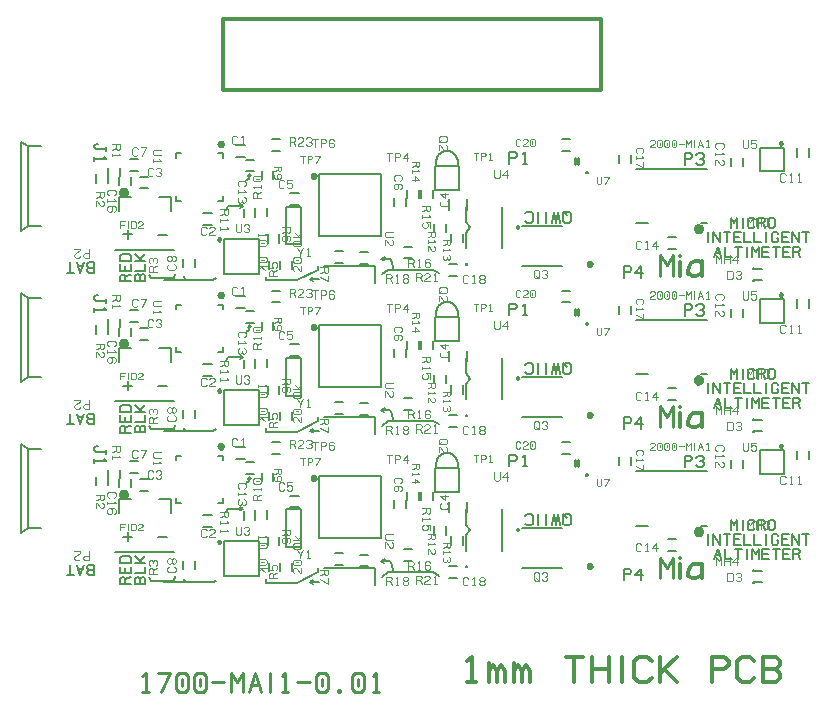
<source format=gto>
%FSTAX24Y24*%
%MOIN*%
%IN SILK1.GBR *%
%ADD10C,0.0037*%
%ADD11C,0.0040*%
%ADD12C,0.0046*%
%ADD13C,0.0049*%
%ADD14C,0.0050*%
%ADD15C,0.0057*%
%ADD16C,0.0060*%
%ADD17C,0.0064*%
%ADD18C,0.0070*%
%ADD19C,0.0079*%
%ADD20C,0.0080*%
%ADD21C,0.0090*%
%ADD22C,0.0100*%
%ADD23C,0.0101*%
%ADD24C,0.0110*%
%ADD25C,0.0112*%
%ADD26C,0.0118*%
%ADD27C,0.0120*%
%ADD28C,0.0143*%
D28*X014227Y001502D02*G01X01437Y001645D01*Y000787D01*X014513D01*
X01437D02*X014227D01*X015209D02*Y00118D01*X015342Y001358D01*
X015477Y00118D01*Y000787D01*X014942Y00118D02*X015075Y001358D01*
X015209Y00118D01*X014942Y00143D02*Y000787D01*X016067D02*Y00118D01*
X0162Y001358D01*X016334Y00118D01*Y000787D01*X015799Y00118D02*
X015932Y001358D01*X016066Y00118D01*X015799Y00143D02*Y000787D01*
X017799D02*Y001645D01*X018084D01*X017799D02*X017513D01*X01837D02*
Y001216D01*Y000787D01*Y001216D02*X018942D01*Y001645D01*Y001216D02*
Y000787D01*X01937D02*Y001645D01*X02037Y001502D02*X020227Y001645D01*
X019942D01*X019799Y001502D01*Y00093D01*X019942Y000787D01*X020227D01*
X02037Y00093D01*X020656Y001645D02*Y001073D01*Y000787D01*Y001073D02*
X020799Y001216D01*X021227Y000787D01*X020799Y001216D02*
X021227Y001645D01*X02237Y000787D02*Y001645D01*X022799D01*
X022942Y001502D01*Y001359D01*X022799Y001216D01*X02237D01*
X023799Y001502D02*X023656Y001645D01*X02337D01*X023227Y001502D01*
Y00093D01*X02337Y000787D01*X023656D01*X023799Y00093D01*
X024084Y000787D02*Y001645D01*X024513D01*X024656Y001502D01*Y001359D01*
X024513Y001216D01*X024656Y001073D01*Y00093D01*X024513Y000787D01*
X024084D01*X024513Y001216D02*X024084D01*D27*X012399Y020546D02*
X018698D01*Y022908D01*X0061D01*Y020546D01*X012399D01*D23*
X003402Y000986D02*X003504Y001087D01*Y00048D01*X003605D01*X003504D02*
X003402D01*X003909Y001087D02*X004314D01*X00401Y00048D01*
X004921Y000986D02*X00482Y001087D01*X004617D01*X004516Y000986D01*
Y000581D01*X004617Y00048D01*X00482D01*X004921Y000581D01*Y000986D01*
X004719Y000885D02*Y000682D01*X005528Y000986D02*X005427Y001087D01*
X005225D01*X005124Y000986D01*Y000581D01*X005225Y00048D01*X005427D01*
X005528Y000581D01*Y000986D01*X005326Y000885D02*Y000682D01*
X005731Y000784D02*X006136D01*X006338Y00048D02*Y001087D01*
X006541Y000784D01*X006743Y001087D01*Y00048D01*X006946D02*
X007148Y001087D01*X007275Y000708D01*X007351Y00048D01*X007275Y000708D02*
X007022D01*X007654Y00048D02*Y001087D01*X008059Y000986D02*
X008161Y001087D01*Y00048D01*X008262D01*X008161D02*X008059D01*
X008566Y000784D02*X008971D01*X009578Y000986D02*X009477Y001087D01*
X009274D01*X009173Y000986D01*Y000581D01*X009274Y00048D01*X009477D01*
X009578Y000581D01*Y000986D01*X009375Y000885D02*Y000682D01*
X009932Y00048D02*X009983D01*Y000531D01*X009932D01*Y00048D01*
X010793Y000986D02*X010692Y001087D01*X010489D01*X010388Y000986D01*
Y000581D01*X010489Y00048D01*X010692D01*X010793Y000581D01*Y000986D01*
X01059Y000885D02*Y000682D01*X011097Y000986D02*X011198Y001087D01*
Y00048D01*X011299D01*X011198D02*X011097D01*D19*X002753Y00564D02*
X003067D01*X00291Y005798D02*Y005483D01*X00391Y005618D02*X004224D01*D11*
X020319Y008741D02*X020359Y008781D01*X020439D01*X020479Y008741D01*
Y008701D01*X020439Y008661D01*X020319Y008581D01*Y008541D01*X020479D01*
X020719Y008741D02*X020679Y008781D01*X020599D01*X020559Y008741D01*
Y008581D01*X020599Y008541D01*X020679D01*X020719Y008581D01*Y008741D01*
X020639Y008701D02*Y008621D01*X020959Y008741D02*X020919Y008781D01*
X020839D01*X020799Y008741D01*Y008581D01*X020839Y008541D01*X020919D01*
X020959Y008581D01*Y008741D01*X020879Y008701D02*Y008621D01*
X021199Y008741D02*X021159Y008781D01*X021079D01*X021039Y008741D01*
Y008581D01*X021079Y008541D01*X021159D01*X021199Y008581D01*Y008741D01*
X021119Y008701D02*Y008621D01*X021279Y008661D02*X021439D01*
X021519Y008541D02*Y008781D01*X021599Y008661D01*X021679Y008781D01*
Y008541D01*X021799D02*Y008781D01*X021919Y008541D02*X021999Y008781D01*
X022049Y008631D01*X022079Y008541D01*X022049Y008631D02*X021949D01*
X022199Y008741D02*X022239Y008781D01*Y008541D01*X022279D01*X022239D02*
X022199D01*D15*X022466Y00489D02*X02258Y005232D01*X022652Y005018D01*
X022695Y00489D01*X022652Y005018D02*X022509D01*X022809Y005232D02*
Y00489D01*X023037D01*X023266D02*Y005232D01*X02338D01*X023266D02*
X023152D01*X023552Y00489D02*Y005232D01*X023723Y00489D02*Y005232D01*
X023837Y005061D01*X023952Y005232D01*Y00489D01*X024295Y005232D02*
X024066D01*Y005061D01*Y00489D01*X024295D01*X024066Y005061D02*
X024237D01*X024523Y00489D02*Y005232D01*X024637D01*X024523D02*
X024409D01*X02498D02*X024752D01*Y005061D01*Y00489D01*X02498D01*
X024752Y005061D02*X024923D01*X025095Y00489D02*Y005232D01*X025266D01*
X025323Y005175D01*Y005118D01*X025266Y005061D01*X025323Y00489D01*
X025266Y005061D02*X025095D01*X003498Y004077D02*X003155D01*Y004249D01*
X003212Y004306D01*X003269D01*X003326Y004249D01*X003383Y004306D01*
X00344D01*X003498Y004249D01*Y004077D01*X003326Y004249D02*Y004077D01*
X003155Y00442D02*X003498D01*Y004649D01*X003155Y004763D02*X003383D01*
X003498D01*X003383D02*X003326Y00482D01*X003498Y004992D01*
X003326Y00482D02*X003155Y004992D01*D20*X006812Y008231D02*X006536D01*
X006812Y008624D02*X006536D01*X025213Y008236D02*Y008511D01*
X025607Y008236D02*Y008511D01*X023419Y008197D02*Y007921D01*
X023025Y008197D02*Y007921D01*X006838Y008134D02*X007114D01*
X006838Y007741D02*X007114D01*X021181Y005157D02*X020906D01*
X021181Y005551D02*X020906D01*X002623Y007285D02*Y007561D01*
X003017Y007285D02*Y007561D01*X019303Y008026D02*Y008301D01*
X019697Y008026D02*Y008301D01*X013608Y004654D02*X013884D01*
X013608Y004261D02*X013884D01*X005709Y00597D02*X005433D01*
X005709Y006363D02*X005433D01*X017377Y008807D02*X017653D01*
X017377Y008414D02*X017653D01*X003321Y007568D02*X003597D01*
X003321Y007175D02*X003597D01*X014231Y006467D02*Y006808D01*
X013631Y006467D02*Y006808D01*X008329Y007014D02*X008605D01*
X008329Y006621D02*X008605D01*X012197Y006858D02*Y006583D01*
X011803Y006858D02*Y006583D01*X003252Y00776D02*X002976D01*
X003252Y008154D02*X002976D01*D18*X024042Y00449D02*X023802D01*
X023762D01*Y00453D01*X023802D01*Y00449D01*X024042Y00413D02*X023802D01*
X023762D01*Y00409D01*X023802D01*Y00413D01*D15*X022256Y00538D02*
Y005722D01*X022427Y00538D02*Y005722D01*X022656Y00538D01*Y005722D01*
X022885Y00538D02*Y005722D01*X022999D01*X022885D02*X02277D01*X023342D02*
X023113D01*Y005551D01*Y00538D01*X023342D01*X023113Y005551D02*
X023285D01*X023456Y005722D02*Y00538D01*X023685D01*X023799Y005722D02*
Y00538D01*X024027D01*X024199D02*Y005722D01*X024599Y005665D02*
X024542Y005722D01*X024427D01*X02437Y005665D01*Y005437D01*
X024427Y00538D01*X024542D01*X024599Y005437D01*Y005522D01*X024542D01*
X024942Y005722D02*X024713D01*Y005551D01*Y00538D01*X024942D01*
X024713Y005551D02*X024885D01*X025056Y00538D02*Y005722D01*
X025285Y00538D01*Y005722D01*X025513Y00538D02*Y005722D01*X025627D01*
X025513D02*X025399D01*D18*X000007Y005917D02*X-000417D01*
X-000653Y005769D01*Y008722D01*X-000417Y005917D02*Y008574D01*X000007D01*
X-000417D02*X-000653Y008722D01*D25*X020646Y00427D02*Y004944D01*
X020871Y004607D01*X021096Y004944D01*Y00427D01*D15*X023006Y00586D02*
Y006202D01*X02312Y006031D01*X023235Y006202D01*Y00586D01*X023406D02*
Y006202D01*X023806Y006145D02*X023749Y006202D01*X023635D01*
X023577Y006145D01*Y005917D01*X023635Y00586D01*X023749D01*
X023806Y005917D01*X02392Y00586D02*Y006202D01*X024092D01*
X024149Y006145D01*Y006088D01*X024092Y006031D01*X024149Y00586D01*
X024092Y006031D02*X02392D01*X024492Y006145D02*X024435Y006202D01*
X02432D01*X024263Y006145D01*Y005917D01*X02432Y00586D01*X024435D01*
X024492Y005917D01*Y006145D01*D22*X017932Y007983D02*Y008183D01*
X017832Y007983D02*Y008183D01*X002883Y007048D02*X002874Y007002D01*
X002848Y006963D01*X002809Y006937D01*X002763Y006928D01*
X002717Y006937D01*X002678Y006963D01*X002652Y007002D01*
X002643Y007048D01*X002652Y007094D01*X002678Y007133D01*
X002717Y007159D01*X002763Y007168D01*X002809Y007159D01*
X002848Y007133D01*X002874Y007094D01*X002883Y007048D01*
X002829Y007073D02*X002821Y007043D01*X002799Y007021D01*
X002769Y007013D01*X002739Y007021D01*X002717Y007043D01*
X002709Y007073D01*X002717Y007103D01*X002739Y007125D01*
X002769Y007133D01*D18*Y007013D01*D22*Y007133D02*X002799Y007125D01*
X002821Y007103D01*X002829Y007073D01*D18*X004462Y005125D02*X002494D01*
X00395Y006897D02*X004344D01*Y006424D01*X003006Y006897D02*X002612D01*
Y006424D01*X019853Y007826D02*X022215D01*D22*X021874Y005825D02*
X021882Y005795D01*X021904Y005773D01*X021934Y005765D01*
X021964Y005773D01*X021986Y005795D01*X021994Y005825D01*
X021986Y005855D01*X021964Y005877D01*X021934Y005885D01*
X021904Y005877D01*X021882Y005855D01*X021874Y005825D01*X021814D02*
X021823Y005779D01*X021849Y00574D01*X021888Y005714D01*X021934Y005705D01*
X02198Y005714D01*X022019Y00574D01*X022045Y005779D01*X022054Y005825D01*
X022045Y005871D01*X022019Y00591D01*X02198Y005936D01*X021934Y005945D01*
X021888Y005936D01*X021849Y00591D01*X021823Y005871D01*X021814Y005825D01*
D18*X020247Y006015D02*X019853D01*X022018D02*X022215D01*
X01395Y007127D02*Y007927D01*X01315D01*Y007127D01*X01395D01*
X013195Y008081D02*X013213Y00819D01*X013263Y008289D01*X013341Y008368D01*
X01344Y008418D01*X01355Y008435D01*X013659Y008418D01*X013758Y008368D01*
X013836Y008289D01*X013887Y00819D01*X013904Y008081D01*X013905Y008076D02*
X013907Y00794D01*X013198Y008071D02*Y007941D01*X017389Y00593D02*
X01605D01*X017389Y004591D02*X01605D01*D24*X015882Y005889D02*
X015885Y005876D01*X015894Y005867D01*X015907Y005864D01*
X015919Y005867D01*X015928Y005876D01*X015932Y005889D01*
X015928Y005901D01*X015919Y00591D01*X015907Y005914D01*X015894Y00591D01*
X015885Y005901D01*X015882Y005889D01*D20*X002246Y00759D02*Y007865D01*
X00264Y00759D02*Y007865D01*X007164Y006246D02*Y006521D01*
X007558Y006246D02*Y006521D01*X007163Y006488D02*Y006212D01*
X00677Y006488D02*Y006212D01*X013528Y00599D02*Y005714D01*
X013134Y00599D02*Y005714D01*X014088Y00565D02*Y005374D01*
X013694Y00565D02*Y005374D01*X012627Y00713D02*Y006854D01*
X012233Y00713D02*Y006854D01*X013078Y00713D02*Y006854D01*
X012684Y00713D02*Y006854D01*X012107Y005233D02*X012382D01*
X012107Y00484D02*X012382D01*X009826Y005089D02*X010102D01*
X009826Y004696D02*X010102D01*X001856Y00737D02*Y007645D01*
X00225Y00737D02*Y007645D01*X010637Y005043D02*X010912D01*
X010637Y00465D02*X010912D01*X007707Y008808D02*X007982D01*
X007707Y008415D02*X007982D01*X004762Y004555D02*Y00483D01*
X005155Y004555D02*Y00483D01*X007994Y004491D02*Y004766D01*
X008388Y004491D02*Y004766D01*X007963Y005643D02*Y005367D01*
X00757Y005643D02*Y005367D01*X007604Y004491D02*Y004766D01*
X007998Y004491D02*Y004766D01*X007767Y00776D02*Y007484D01*
X007373Y00776D02*Y007484D01*D15*X003006Y004073D02*X002663D01*
Y004245D01*X00272Y004302D01*X002777D01*X002834Y004245D01*
X003006Y004302D01*X002834Y004245D02*Y004073D01*X002663Y004645D02*
Y004416D01*X002834D01*X003006D01*Y004645D01*X002834Y004416D02*
Y004588D01*X00272Y004988D02*X002663Y004931D01*Y004759D01*X003006D01*
Y004931D01*X002948Y004988D01*X00272D01*D16*X005933Y006766D02*X00609D01*
Y006923D01*X004516D02*Y006766D01*X004673D01*Y008341D02*X004516D01*
Y008183D01*X005933Y008341D02*X00609D01*Y008183D01*D22*
X006012Y008734D02*X006042Y008728D01*X006067Y008711D01*
X006084Y008686D01*X00609Y008656D01*X006084Y008626D01*X006067Y0086D01*
X006042Y008583D01*X006012Y008577D01*X005982Y008583D01*X005956Y0086D01*
X006012Y008656D01*X005956Y0086D02*X005939Y008626D01*X005933Y008656D01*
X005939Y008686D01*X005956Y008711D01*X005982Y008728D01*
X006012Y008734D01*D16*X009299Y006626D02*Y005602D01*X011346D01*
Y00765D01*X009299D01*Y006626D01*D27*X009122Y007626D02*
X009097Y007619D01*X009079Y007601D01*X009072Y007576D01*
X009079Y007551D01*X009097Y007533D01*X009122Y007526D01*
X009147Y007533D01*X009166Y007551D01*X009172Y007576D01*
X009166Y007601D01*X009147Y007619D01*X009122Y007626D01*D18*
X006111Y004907D02*Y004316D01*X007292D01*Y005497D01*X006111D01*
Y004907D01*D21*X005961Y005512D02*X005981Y005507D01*X005996Y005492D01*
X006001Y005472D01*X005996Y005452D01*X005981Y005437D01*
X005961Y005432D01*X005941Y005437D01*X005927Y005452D01*
X005921Y005472D01*X005927Y005492D01*X005941Y005507D01*
X005961Y005512D01*D16*X014195Y006564D02*Y006045D01*X014313Y005871D01*
X014195Y005698D01*Y005178D01*X015376D02*Y006564D01*X01421Y004621D02*
X014223Y004625D01*X014232Y004634D01*X014235Y004646D01*
X014232Y004659D01*X014223Y004668D01*X01421Y004671D01*X014198Y004668D01*
X014189Y004659D01*X014185Y004646D01*X014189Y004634D01*
X014198Y004625D01*X01421Y004621D01*D18*X024397Y007741D02*X024791D01*
Y008528D01*X024003D01*Y007741D01*X024397D01*D24*X024642Y008674D02*
X024648Y008694D01*X024662Y008709D01*X024682Y008714D01*
X024702Y008709D01*X024717Y008694D01*X024722Y008674D01*
X024717Y008654D01*X024702Y00864D01*X024682Y008634D01*X024662Y00864D01*
X024648Y008654D01*X024642Y008674D01*D14*X018214Y007734D02*
X018229Y00773D01*X01824Y007719D01*X018244Y007704D01*X01824Y007689D01*
X018229Y007678D01*X018214Y007674D01*X018199Y007678D01*
X018188Y007689D01*X018184Y007704D01*X018188Y007719D01*X018199Y00773D01*
X018214Y007734D01*D16*X008693Y006569D02*Y005309D01*X008181D01*
Y006569D01*X008693D01*D26*X021326Y004727D02*Y00427D01*Y004919D02*
Y004934D01*X022049Y00427D02*Y004742D01*X021577Y004423D02*
X021618Y004571D01*X021683Y004671D01*X021766Y004724D01*
X021825Y004742D01*X021872D01*X021955D01*X022049Y004695D01*
X021577Y004417D02*Y004382D01*X021583Y004358D01*X021601Y004329D01*
X021642Y004305D01*X021725Y00427D01*X021855D01*X021979Y004323D01*
X022049Y004388D01*D16*X007508Y004225D02*Y004105D01*X008558D01*
X009248Y004465D01*Y004585D01*X00927Y004138D02*X00897D01*
X00909Y004198D01*X00897Y004138D02*X00909Y004078D01*X009458Y004585D02*
X011138D01*X01116Y004027D01*D27*X01832Y004597D02*X018345Y004603D01*
X018363Y004622D01*X01837Y004647D01*X018363Y004672D01*X018345Y00469D01*
X01832Y004697D01*X018295Y00469D01*X018277Y004672D01*X01827Y004647D01*
X018277Y004622D01*X018295Y004603D01*X01832Y004597D01*D16*
X011374Y004309D02*X011571Y004467D01*X013087Y004469D01*
X013303Y004349D01*X011768Y004506D02*X011706Y004708D01*
X011637Y004837D01*X011372D01*X01147Y0049D01*X011367Y004836D02*
X011463Y004772D01*X00363Y004297D02*X00369Y004177D01*X00444D01*
X0045Y004327D01*X00411Y004117D02*X00492D01*X00576D01*X00585Y004177D01*
X00477Y004237D02*X00483Y004117D01*X00618Y006468D02*X00626Y006578D01*
X00675D01*X00666Y006638D01*X00674Y006578D02*X00666Y006518D01*
X00685Y007438D02*X00695Y007498D01*X00696Y007648D01*X00701Y007578D01*
X00697Y007638D02*X00691Y007578D01*D19*X002753Y01068D02*X003067D01*
X00291Y010837D02*Y010523D01*X00391Y010657D02*X004224D01*D11*
X020319Y01378D02*X020359Y01382D01*X020439D01*X020479Y01378D01*
Y01374D01*X020439Y0137D01*X020319Y01362D01*Y01358D01*X020479D01*
X020719Y01378D02*X020679Y01382D01*X020599D01*X020559Y01378D01*
Y01362D01*X020599Y01358D01*X020679D01*X020719Y01362D01*Y01378D01*
X020639Y01374D02*Y01366D01*X020959Y01378D02*X020919Y01382D01*
X020839D01*X020799Y01378D01*Y01362D01*X020839Y01358D01*X020919D01*
X020959Y01362D01*Y01378D01*X020879Y01374D02*Y01366D01*X021199Y01378D02*
X021159Y01382D01*X021079D01*X021039Y01378D01*Y01362D01*
X021079Y01358D01*X021159D01*X021199Y01362D01*Y01378D01*
X021119Y01374D02*Y01366D01*X021279Y0137D02*X021439D01*X021519Y01358D02*
Y01382D01*X021599Y0137D01*X021679Y01382D01*Y01358D01*X021799D02*
Y01382D01*X021919Y01358D02*X021999Y01382D01*X022049Y01367D01*
X022079Y01358D01*X022049Y01367D02*X021949D01*X022199Y01378D02*
X022239Y01382D01*Y01358D01*X022279D01*X022239D02*X022199D01*D15*
X022466Y009929D02*X02258Y010272D01*X022652Y010057D01*X022695Y009929D01*
X022652Y010057D02*X022509D01*X022809Y010272D02*Y009929D01*X023037D01*
X023266D02*Y010272D01*X02338D01*X023266D02*X023152D01*
X023552Y009929D02*Y010272D01*X023723Y009929D02*Y010272D01*
X023837Y0101D01*X023952Y010272D01*Y009929D01*X024295Y010272D02*
X024066D01*Y0101D01*Y009929D01*X024295D01*X024066Y0101D02*X024237D01*
X024523Y009929D02*Y010272D01*X024637D01*X024523D02*X024409D01*
X02498D02*X024752D01*Y0101D01*Y009929D01*X02498D01*X024752Y0101D02*
X024923D01*X025095Y009929D02*Y010272D01*X025266D01*X025323Y010215D01*
Y010157D01*X025266Y0101D01*X025323Y009929D01*X025266Y0101D02*
X025095D01*X003498Y009117D02*X003155D01*Y009288D01*X003212Y009345D01*
X003269D01*X003326Y009288D01*X003383Y009345D01*X00344D01*
X003498Y009288D01*Y009117D01*X003326Y009288D02*Y009117D01*
X003155Y00946D02*X003498D01*Y009688D01*X003155Y009802D02*X003383D01*
X003498D01*X003383D02*X003326Y00986D01*X003498Y010031D01*
X003326Y00986D02*X003155Y010031D01*D20*X006812Y01327D02*X006536D01*
X006812Y013664D02*X006536D01*X025213Y013275D02*Y013551D01*
X025607Y013275D02*Y013551D01*X023419Y013236D02*Y01296D01*
X023025Y013236D02*Y01296D01*X006838Y013174D02*X007114D01*
X006838Y01278D02*X007114D01*X021181Y010197D02*X020906D01*
X021181Y010591D02*X020906D01*X002623Y012324D02*Y0126D01*
X003017Y012324D02*Y0126D01*X019303Y013065D02*Y013341D01*
X019697Y013065D02*Y013341D01*X013608Y009694D02*X013884D01*
X013608Y0093D02*X013884D01*X005709Y011009D02*X005433D01*
X005709Y011403D02*X005433D01*X017377Y013847D02*X017653D01*
X017377Y013453D02*X017653D01*X003321Y012608D02*X003597D01*
X003321Y012214D02*X003597D01*X014231Y011507D02*Y011847D01*
X013631Y011507D02*Y011847D01*X008329Y012054D02*X008605D01*
X008329Y01166D02*X008605D01*X012197Y011898D02*Y011622D01*
X011803Y011898D02*Y011622D01*X003252Y0128D02*X002976D01*
X003252Y013193D02*X002976D01*D18*X024042Y009529D02*X023802D01*
X023762D01*Y009569D01*X023802D01*Y009529D01*X024042Y009169D02*
X023802D01*X023762D01*Y009129D01*X023802D01*Y009169D01*D15*
X022256Y010419D02*Y010762D01*X022427Y010419D02*Y010762D01*
X022656Y010419D01*Y010762D01*X022885Y010419D02*Y010762D01*X022999D01*
X022885D02*X02277D01*X023342D02*X023113D01*Y01059D01*Y010419D01*
X023342D01*X023113Y01059D02*X023285D01*X023456Y010762D02*Y010419D01*
X023685D01*X023799Y010762D02*Y010419D01*X024027D01*X024199D02*
Y010762D01*X024599Y010705D02*X024542Y010762D01*X024427D01*
X02437Y010705D01*Y010476D01*X024427Y010419D01*X024542D01*
X024599Y010476D01*Y010562D01*X024542D01*X024942Y010762D02*X024713D01*
Y01059D01*Y010419D01*X024942D01*X024713Y01059D02*X024885D01*
X025056Y010419D02*Y010762D01*X025285Y010419D01*Y010762D01*
X025513Y010419D02*Y010762D01*X025627D01*X025513D02*X025399D01*D18*
X000007Y010956D02*X-000417D01*X-000653Y010809D01*Y013761D01*
X-000417Y010956D02*Y013614D01*X000007D01*X-000417D02*
X-000653Y013761D01*D25*X020646Y009309D02*Y009984D01*X020871Y009646D01*
X021096Y009984D01*Y009309D01*D15*X023006Y010899D02*Y011242D01*
X02312Y01107D01*X023235Y011242D01*Y010899D01*X023406D02*Y011242D01*
X023806Y011185D02*X023749Y011242D01*X023635D01*X023577Y011185D01*
Y010956D01*X023635Y010899D01*X023749D01*X023806Y010956D01*
X02392Y010899D02*Y011242D01*X024092D01*X024149Y011185D01*Y011127D01*
X024092Y01107D01*X024149Y010899D01*X024092Y01107D02*X02392D01*
X024492Y011185D02*X024435Y011242D01*X02432D01*X024263Y011185D01*
Y010956D01*X02432Y010899D01*X024435D01*X024492Y010956D01*Y011185D01*
D22*X017932Y013023D02*Y013223D01*X017832Y013023D02*Y013223D01*
X002883Y012088D02*X002874Y012042D01*X002848Y012003D01*
X002809Y011977D01*X002763Y011968D01*X002717Y011977D01*
X002678Y012003D01*X002652Y012042D01*X002643Y012088D01*
X002652Y012134D01*X002678Y012172D01*X002717Y012198D01*
X002763Y012208D01*X002809Y012198D01*X002848Y012172D01*
X002874Y012134D01*X002883Y012088D01*X002829Y012112D02*
X002821Y012082D01*X002799Y012061D01*X002769Y012052D01*
X002739Y012061D01*X002717Y012082D01*X002709Y012112D01*
X002717Y012142D01*X002739Y012164D01*X002769Y012172D01*D18*Y012052D01*
D22*Y012172D02*X002799Y012164D01*X002821Y012142D01*X002829Y012112D01*
D18*X004462Y010165D02*X002494D01*X00395Y011936D02*X004344D01*
Y011464D01*X003006Y011936D02*X002612D01*Y011464D01*X019853Y012865D02*
X022215D01*D22*X021874Y010865D02*X021882Y010835D01*X021904Y010813D01*
X021934Y010805D01*X021964Y010813D01*X021986Y010835D01*
X021994Y010865D01*X021986Y010895D01*X021964Y010917D01*
X021934Y010925D01*X021904Y010917D01*X021882Y010895D01*
X021874Y010865D01*X021814D02*X021823Y010819D01*X021849Y01078D01*
X021888Y010754D01*X021934Y010745D01*X02198Y010754D01*X022019Y01078D01*
X022045Y010819D01*X022054Y010865D01*X022045Y010911D01*X022019Y01095D01*
X02198Y010976D01*X021934Y010985D01*X021888Y010976D01*X021849Y01095D01*
X021823Y010911D01*X021814Y010865D01*D18*X020247Y011054D02*X019853D01*
X022018D02*X022215D01*X01395Y012166D02*Y012966D01*X01315D01*Y012166D01*
X01395D01*X013195Y01312D02*X013213Y01323D01*X013263Y013329D01*
X013341Y013407D01*X01344Y013457D01*X01355Y013475D01*X013659Y013457D01*
X013758Y013407D01*X013836Y013329D01*X013887Y01323D01*X013904Y01312D01*
X013905Y013116D02*X013907Y012979D01*X013198Y013111D02*Y012981D01*
X017389Y010969D02*X01605D01*X017389Y00963D02*X01605D01*D24*
X015882Y010928D02*X015885Y010916D01*X015894Y010906D01*
X015907Y010903D01*X015919Y010906D01*X015928Y010916D01*
X015932Y010928D01*X015928Y010941D01*X015919Y01095D01*X015907Y010953D01*
X015894Y01095D01*X015885Y010941D01*X015882Y010928D01*D20*
X002246Y012629D02*Y012905D01*X00264Y012629D02*Y012905D01*
X007164Y011285D02*Y011561D01*X007558Y011285D02*Y011561D01*
X007163Y011527D02*Y011252D01*X00677Y011527D02*Y011252D01*
X013528Y011029D02*Y010753D01*X013134Y011029D02*Y010753D01*
X014088Y010689D02*Y010413D01*X013694Y010689D02*Y010413D01*
X012627Y012169D02*Y011893D01*X012233Y012169D02*Y011893D01*
X013078Y012169D02*Y011893D01*X012684Y012169D02*Y011893D01*
X012107Y010273D02*X012382D01*X012107Y009879D02*X012382D01*
X009826Y010129D02*X010102D01*X009826Y009735D02*X010102D01*
X001856Y012409D02*Y012685D01*X00225Y012409D02*Y012685D01*
X010637Y010083D02*X010912D01*X010637Y009689D02*X010912D01*
X007707Y013848D02*X007982D01*X007707Y013454D02*X007982D01*
X004762Y009594D02*Y00987D01*X005155Y009594D02*Y00987D01*
X007994Y00953D02*Y009806D01*X008388Y00953D02*Y009806D01*
X007963Y010682D02*Y010407D01*X00757Y010682D02*Y010407D01*
X007604Y00953D02*Y009806D01*X007998Y00953D02*Y009806D01*
X007767Y012799D02*Y012523D01*X007373Y012799D02*Y012523D01*D15*
X003006Y009113D02*X002663D01*Y009284D01*X00272Y009341D01*X002777D01*
X002834Y009284D01*X003006Y009341D01*X002834Y009284D02*Y009113D01*
X002663Y009684D02*Y009456D01*X002834D01*X003006D01*Y009684D01*
X002834Y009456D02*Y009627D01*X00272Y010027D02*X002663Y00997D01*
Y009799D01*X003006D01*Y00997D01*X002948Y010027D01*X00272D01*D16*
X005933Y011805D02*X00609D01*Y011963D01*X004516D02*Y011805D01*
X004673D01*Y01338D02*X004516D01*Y013223D01*X005933Y01338D02*X00609D01*
Y013223D01*D22*X006012Y013774D02*X006042Y013768D01*X006067Y013751D01*
X006084Y013725D01*X00609Y013695D01*X006084Y013665D01*X006067Y013639D01*
X006042Y013622D01*X006012Y013616D01*X005982Y013622D01*
X005956Y013639D01*X006012Y013695D01*X005956Y013639D02*
X005939Y013665D01*X005933Y013695D01*X005939Y013725D01*
X005956Y013751D01*X005982Y013768D01*X006012Y013774D01*D16*
X009299Y011665D02*Y010642D01*X011346D01*Y012689D01*X009299D01*
Y011665D01*D27*X009122Y012665D02*X009097Y012659D01*X009079Y01264D01*
X009072Y012615D01*X009079Y01259D01*X009097Y012572D01*X009122Y012565D01*
X009147Y012572D01*X009166Y01259D01*X009172Y012615D01*X009166Y01264D01*
X009147Y012659D01*X009122Y012665D01*D18*X006111Y009946D02*Y009355D01*
X007292D01*Y010536D01*X006111D01*Y009946D01*D21*X005961Y010551D02*
X005981Y010546D01*X005996Y010531D01*X006001Y010511D01*
X005996Y010491D01*X005981Y010477D01*X005961Y010471D01*
X005941Y010477D01*X005927Y010491D01*X005921Y010511D01*
X005927Y010531D01*X005941Y010546D01*X005961Y010551D01*D16*
X014195Y011604D02*Y011084D01*X014313Y010911D01*X014195Y010737D01*
Y010218D01*X015376D02*Y011604D01*X01421Y009661D02*X014223Y009664D01*
X014232Y009673D01*X014235Y009686D01*X014232Y009698D01*
X014223Y009707D01*X01421Y009711D01*X014198Y009707D01*X014189Y009698D01*
X014185Y009686D01*X014189Y009673D01*X014198Y009664D01*X01421Y009661D01*
D18*X024397Y01278D02*X024791D01*Y013568D01*X024003D01*Y01278D01*
X024397D01*D24*X024642Y013714D02*X024648Y013734D01*X024662Y013748D01*
X024682Y013754D01*X024702Y013748D01*X024717Y013734D01*
X024722Y013714D01*X024717Y013694D01*X024702Y013679D01*
X024682Y013674D01*X024662Y013679D01*X024648Y013694D01*
X024642Y013714D01*D14*X018214Y012774D02*X018229Y01277D01*
X01824Y012759D01*X018244Y012744D01*X01824Y012729D01*X018229Y012718D01*
X018214Y012714D01*X018199Y012718D01*X018188Y012729D01*
X018184Y012744D01*X018188Y012759D01*X018199Y01277D01*X018214Y012774D01*
D16*X008693Y011608D02*Y010348D01*X008181D01*Y011608D01*X008693D01*D26*
X021326Y009767D02*Y009309D01*Y009959D02*Y009973D01*X022049Y009309D02*
Y009781D01*X021577Y009462D02*X021618Y00961D01*X021683Y00971D01*
X021766Y009764D01*X021825Y009781D01*X021872D01*X021955D01*
X022049Y009734D01*X021577Y009457D02*Y009421D01*X021583Y009397D01*
X021601Y009368D01*X021642Y009344D01*X021725Y009309D01*X021855D01*
X021979Y009362D01*X022049Y009427D01*D16*X007508Y009264D02*Y009144D01*
X008558D01*X009248Y009504D01*Y009624D01*X00927Y009177D02*X00897D01*
X00909Y009237D01*X00897Y009177D02*X00909Y009117D01*X009458Y009624D02*
X011138D01*X01116Y009066D01*D27*X01832Y009636D02*X018345Y009643D01*
X018363Y009661D01*X01837Y009686D01*X018363Y009711D01*X018345Y009729D01*
X01832Y009736D01*X018295Y009729D01*X018277Y009711D01*X01827Y009686D01*
X018277Y009661D01*X018295Y009643D01*X01832Y009636D01*D16*
X011374Y009349D02*X011571Y009506D01*X013087Y009508D01*
X013303Y009388D01*X011768Y009545D02*X011706Y009748D01*
X011637Y009876D01*X011372D01*X01147Y009939D01*X011367Y009875D02*
X011463Y009811D01*X00363Y009336D02*X00369Y009216D01*X00444D01*
X0045Y009366D01*X00411Y009156D02*X00492D01*X00576D01*X00585Y009216D01*
X00477Y009276D02*X00483Y009156D01*X00618Y011507D02*X00626Y011617D01*
X00675D01*X00666Y011677D01*X00674Y011617D02*X00666Y011557D01*
X00685Y012477D02*X00695Y012537D01*X00696Y012687D01*X00701Y012617D01*
X00697Y012677D02*X00691Y012617D01*D19*X002753Y015719D02*X003067D01*
X00291Y015876D02*Y015562D01*X00391Y015696D02*X004224D01*D11*
X020319Y018819D02*X020359Y018859D01*X020439D01*X020479Y018819D01*
Y018779D01*X020439Y018739D01*X020319Y018659D01*Y018619D01*X020479D01*
X020719Y018819D02*X020679Y018859D01*X020599D01*X020559Y018819D01*
Y018659D01*X020599Y018619D01*X020679D01*X020719Y018659D01*Y018819D01*
X020639Y018779D02*Y018699D01*X020959Y018819D02*X020919Y018859D01*
X020839D01*X020799Y018819D01*Y018659D01*X020839Y018619D01*X020919D01*
X020959Y018659D01*Y018819D01*X020879Y018779D02*Y018699D01*
X021199Y018819D02*X021159Y018859D01*X021079D01*X021039Y018819D01*
Y018659D01*X021079Y018619D01*X021159D01*X021199Y018659D01*Y018819D01*
X021119Y018779D02*Y018699D01*X021279Y018739D02*X021439D01*
X021519Y018619D02*Y018859D01*X021599Y018739D01*X021679Y018859D01*
Y018619D01*X021799D02*Y018859D01*X021919Y018619D02*X021999Y018859D01*
X022049Y018709D01*X022079Y018619D01*X022049Y018709D02*X021949D01*
X022199Y018819D02*X022239Y018859D01*Y018619D01*X022279D01*X022239D02*
X022199D01*D15*X022466Y014968D02*X02258Y015311D01*X022652Y015097D01*
X022695Y014968D01*X022652Y015097D02*X022509D01*X022809Y015311D02*
Y014968D01*X023037D01*X023266D02*Y015311D01*X02338D01*X023266D02*
X023152D01*X023552Y014968D02*Y015311D01*X023723Y014968D02*Y015311D01*
X023837Y01514D01*X023952Y015311D01*Y014968D01*X024295Y015311D02*
X024066D01*Y01514D01*Y014968D01*X024295D01*X024066Y01514D02*X024237D01*
X024523Y014968D02*Y015311D01*X024637D01*X024523D02*X024409D01*
X02498D02*X024752D01*Y01514D01*Y014968D01*X02498D01*X024752Y01514D02*
X024923D01*X025095Y014968D02*Y015311D01*X025266D01*X025323Y015254D01*
Y015197D01*X025266Y01514D01*X025323Y014968D01*X025266Y01514D02*
X025095D01*X003498Y014156D02*X003155D01*Y014328D01*X003212Y014385D01*
X003269D01*X003326Y014328D01*X003383Y014385D01*X00344D01*
X003498Y014328D01*Y014156D01*X003326Y014328D02*Y014156D01*
X003155Y014499D02*X003498D01*Y014728D01*X003155Y014842D02*X003383D01*
X003498D01*X003383D02*X003326Y014899D01*X003498Y01507D01*
X003326Y014899D02*X003155Y01507D01*D20*X006812Y01831D02*X006536D01*
X006812Y018703D02*X006536D01*X025213Y018314D02*Y01859D01*
X025607Y018314D02*Y01859D01*X023419Y018275D02*Y018D01*
X023025Y018275D02*Y018D01*X006838Y018213D02*X007114D01*
X006838Y01782D02*X007114D01*X021181Y015236D02*X020906D01*
X021181Y01563D02*X020906D01*X002623Y017364D02*Y017639D01*
X003017Y017364D02*Y017639D01*X019303Y018104D02*Y01838D01*
X019697Y018104D02*Y01838D01*X013608Y014733D02*X013884D01*
X013608Y01434D02*X013884D01*X005709Y016048D02*X005433D01*
X005709Y016442D02*X005433D01*X017377Y018886D02*X017653D01*
X017377Y018493D02*X017653D01*X003321Y017647D02*X003597D01*
X003321Y017253D02*X003597D01*X014231Y016546D02*Y016887D01*
X013631Y016546D02*Y016887D01*X008329Y017093D02*X008605D01*
X008329Y0167D02*X008605D01*X012197Y016937D02*Y016662D01*
X011803Y016937D02*Y016662D01*X003252Y017839D02*X002976D01*
X003252Y018233D02*X002976D01*D18*X024042Y014568D02*X023802D01*
X023762D01*Y014608D01*X023802D01*Y014568D01*X024042Y014208D02*
X023802D01*X023762D01*Y014168D01*X023802D01*Y014208D01*D15*
X022256Y015458D02*Y015801D01*X022427Y015458D02*Y015801D01*
X022656Y015458D01*Y015801D01*X022885Y015458D02*Y015801D01*X022999D01*
X022885D02*X02277D01*X023342D02*X023113D01*Y01563D01*Y015458D01*
X023342D01*X023113Y01563D02*X023285D01*X023456Y015801D02*Y015458D01*
X023685D01*X023799Y015801D02*Y015458D01*X024027D01*X024199D02*
Y015801D01*X024599Y015744D02*X024542Y015801D01*X024427D01*
X02437Y015744D01*Y015515D01*X024427Y015458D01*X024542D01*
X024599Y015515D01*Y015601D01*X024542D01*X024942Y015801D02*X024713D01*
Y01563D01*Y015458D01*X024942D01*X024713Y01563D02*X024885D01*
X025056Y015458D02*Y015801D01*X025285Y015458D01*Y015801D01*
X025513Y015458D02*Y015801D01*X025627D01*X025513D02*X025399D01*D18*
X000007Y015996D02*X-000417D01*X-000653Y015848D01*Y018801D01*
X-000417Y015996D02*Y018653D01*X000007D01*X-000417D02*
X-000653Y018801D01*D25*X020646Y014348D02*Y015023D01*X020871Y014686D01*
X021096Y015023D01*Y014348D01*D15*X023006Y015938D02*Y016281D01*
X02312Y01611D01*X023235Y016281D01*Y015938D01*X023406D02*Y016281D01*
X023806Y016224D02*X023749Y016281D01*X023635D01*X023577Y016224D01*
Y015995D01*X023635Y015938D01*X023749D01*X023806Y015995D01*
X02392Y015938D02*Y016281D01*X024092D01*X024149Y016224D01*Y016167D01*
X024092Y01611D01*X024149Y015938D01*X024092Y01611D02*X02392D01*
X024492Y016224D02*X024435Y016281D01*X02432D01*X024263Y016224D01*
Y015995D01*X02432Y015938D01*X024435D01*X024492Y015995D01*Y016224D01*
D22*X017932Y018062D02*Y018262D01*X017832Y018062D02*Y018262D01*
X002883Y017127D02*X002874Y017081D01*X002848Y017042D01*
X002809Y017016D01*X002763Y017007D01*X002717Y017016D01*
X002678Y017042D01*X002652Y017081D01*X002643Y017127D01*
X002652Y017173D01*X002678Y017212D01*X002717Y017238D01*
X002763Y017247D01*X002809Y017238D01*X002848Y017212D01*
X002874Y017173D01*X002883Y017127D01*X002829Y017152D02*
X002821Y017122D01*X002799Y0171D01*X002769Y017092D01*X002739Y0171D01*
X002717Y017122D01*X002709Y017152D01*X002717Y017182D01*
X002739Y017204D01*X002769Y017212D01*D18*Y017092D01*D22*Y017212D02*
X002799Y017204D01*X002821Y017182D01*X002829Y017152D01*D18*
X004462Y015204D02*X002494D01*X00395Y016976D02*X004344D01*Y016503D01*
X003006Y016976D02*X002612D01*Y016503D01*X019853Y017905D02*X022215D01*
D22*X021874Y015904D02*X021882Y015874D01*X021904Y015852D01*
X021934Y015844D01*X021964Y015852D01*X021986Y015874D01*
X021994Y015904D01*X021986Y015934D01*X021964Y015956D01*
X021934Y015964D01*X021904Y015956D01*X021882Y015934D01*
X021874Y015904D01*X021814D02*X021823Y015858D01*X021849Y015819D01*
X021888Y015793D01*X021934Y015784D01*X02198Y015793D01*X022019Y015819D01*
X022045Y015858D01*X022054Y015904D01*X022045Y01595D01*X022019Y015989D01*
X02198Y016015D01*X021934Y016024D01*X021888Y016015D01*X021849Y015989D01*
X021823Y01595D01*X021814Y015904D01*D18*X020247Y016094D02*X019853D01*
X022018D02*X022215D01*X01395Y017205D02*Y018005D01*X01315D01*Y017205D01*
X01395D01*X013195Y01816D02*X013213Y018269D01*X013263Y018368D01*
X013341Y018446D01*X01344Y018497D01*X01355Y018514D01*X013659Y018497D01*
X013758Y018446D01*X013836Y018368D01*X013887Y018269D01*X013904Y01816D01*
X013905Y018155D02*X013907Y018019D01*X013198Y01815D02*Y01802D01*
X017389Y016008D02*X01605D01*X017389Y01467D02*X01605D01*D24*
X015882Y015967D02*X015885Y015955D01*X015894Y015946D01*
X015907Y015942D01*X015919Y015946D01*X015928Y015955D01*
X015932Y015967D01*X015928Y01598D01*X015919Y015989D01*X015907Y015992D01*
X015894Y015989D01*X015885Y01598D01*X015882Y015967D01*D20*
X002246Y017668D02*Y017944D01*X00264Y017668D02*Y017944D01*
X007164Y016324D02*Y0166D01*X007558Y016324D02*Y0166D01*
X007163Y016567D02*Y016291D01*X00677Y016567D02*Y016291D01*
X013528Y016068D02*Y015793D01*X013134Y016068D02*Y015793D01*
X014088Y015728D02*Y015453D01*X013694Y015728D02*Y015453D01*
X012627Y017208D02*Y016933D01*X012233Y017208D02*Y016933D01*
X013078Y017208D02*Y016933D01*X012684Y017208D02*Y016933D01*
X012107Y015312D02*X012382D01*X012107Y014918D02*X012382D01*
X009826Y015168D02*X010102D01*X009826Y014775D02*X010102D01*
X001856Y017448D02*Y017724D01*X00225Y017448D02*Y017724D01*
X010637Y015122D02*X010912D01*X010637Y014728D02*X010912D01*
X007707Y018887D02*X007982D01*X007707Y018493D02*X007982D01*
X004762Y014633D02*Y014909D01*X005155Y014633D02*Y014909D01*
X007994Y014569D02*Y014845D01*X008388Y014569D02*Y014845D01*
X007963Y015722D02*Y015446D01*X00757Y015722D02*Y015446D01*
X007604Y014569D02*Y014845D01*X007998Y014569D02*Y014845D01*
X007767Y017838D02*Y017563D01*X007373Y017838D02*Y017563D01*D15*
X003006Y014152D02*X002663D01*Y014324D01*X00272Y014381D01*X002777D01*
X002834Y014324D01*X003006Y014381D01*X002834Y014324D02*Y014152D01*
X002663Y014724D02*Y014495D01*X002834D01*X003006D01*Y014724D01*
X002834Y014495D02*Y014666D01*X00272Y015066D02*X002663Y015009D01*
Y014838D01*X003006D01*Y015009D01*X002948Y015066D01*X00272D01*D16*
X005933Y016845D02*X00609D01*Y017002D01*X004516D02*Y016845D01*
X004673D01*Y018419D02*X004516D01*Y018262D01*X005933Y018419D02*
X00609D01*Y018262D01*D22*X006012Y018813D02*X006042Y018807D01*
X006067Y01879D01*X006084Y018765D01*X00609Y018734D01*X006084Y018704D01*
X006067Y018679D01*X006042Y018662D01*X006012Y018656D01*
X005982Y018662D01*X005956Y018679D01*X006012Y018734D01*
X005956Y018679D02*X005939Y018704D01*X005933Y018734D01*
X005939Y018765D01*X005956Y01879D01*X005982Y018807D01*X006012Y018813D01*
D16*X009299Y016705D02*Y015681D01*X011346D01*Y017728D01*X009299D01*
Y016705D01*D27*X009122Y017705D02*X009097Y017698D01*X009079Y01768D01*
X009072Y017655D01*X009079Y01763D01*X009097Y017612D01*X009122Y017605D01*
X009147Y017612D01*X009166Y01763D01*X009172Y017655D01*X009166Y01768D01*
X009147Y017698D01*X009122Y017705D01*D18*X006111Y014985D02*Y014395D01*
X007292D01*Y015576D01*X006111D01*Y014985D01*D21*X005961Y015591D02*
X005981Y015585D01*X005996Y015571D01*X006001Y015551D01*
X005996Y015531D01*X005981Y015516D01*X005961Y015511D01*
X005941Y015516D01*X005927Y015531D01*X005921Y015551D01*
X005927Y015571D01*X005941Y015585D01*X005961Y015591D01*D16*
X014195Y016643D02*Y016123D01*X014313Y01595D01*X014195Y015777D01*
Y015257D01*X015376D02*Y016643D01*X01421Y0147D02*X014223Y014703D01*
X014232Y014713D01*X014235Y014725D01*X014232Y014738D01*
X014223Y014747D01*X01421Y01475D01*X014198Y014747D01*X014189Y014738D01*
X014185Y014725D01*X014189Y014713D01*X014198Y014703D01*X01421Y0147D01*
D18*X024397Y01782D02*X024791D01*Y018607D01*X024003D01*Y01782D01*
X024397D01*D24*X024642Y018753D02*X024648Y018773D01*X024662Y018788D01*
X024682Y018793D01*X024702Y018788D01*X024717Y018773D01*
X024722Y018753D01*X024717Y018733D01*X024702Y018719D01*
X024682Y018713D01*X024662Y018719D01*X024648Y018733D01*
X024642Y018753D01*D14*X018214Y017813D02*X018229Y017809D01*
X01824Y017798D01*X018244Y017783D01*X01824Y017768D01*X018229Y017757D01*
X018214Y017753D01*X018199Y017757D01*X018188Y017768D01*
X018184Y017783D01*X018188Y017798D01*X018199Y017809D01*
X018214Y017813D01*D16*X008693Y016647D02*Y015387D01*X008181D01*
Y016647D01*X008693D01*D26*X021326Y014806D02*Y014348D01*Y014998D02*
Y015013D01*X022049Y014348D02*Y014821D01*X021577Y014502D02*
X021618Y014649D01*X021683Y01475D01*X021766Y014803D01*X021825Y014821D01*
X021872D01*X021955D01*X022049Y014773D01*X021577Y014496D02*Y01446D01*
X021583Y014437D01*X021601Y014407D01*X021642Y014384D01*
X021725Y014348D01*X021855D01*X021979Y014401D01*X022049Y014466D01*D16*
X007508Y014303D02*Y014183D01*X008558D01*X009248Y014543D01*Y014663D01*
X00927Y014216D02*X00897D01*X00909Y014276D01*X00897Y014216D02*
X00909Y014156D01*X009458Y014663D02*X011138D01*X01116Y014106D01*D27*
X01832Y014675D02*X018345Y014682D01*X018363Y0147D01*X01837Y014725D01*
X018363Y01475D01*X018345Y014769D01*X01832Y014775D01*X018295Y014769D01*
X018277Y01475D01*X01827Y014725D01*X018277Y0147D01*X018295Y014682D01*
X01832Y014675D01*D16*X011374Y014388D02*X011571Y014545D01*
X013087Y014547D01*X013303Y014427D01*X011768Y014585D02*
X011706Y014787D01*X011637Y014915D01*X011372D01*X01147Y014978D01*
X011367Y014914D02*X011463Y01485D01*X00363Y014376D02*X00369Y014256D01*
X00444D01*X0045Y014406D01*X00411Y014196D02*X00576D01*X00585Y014256D01*
X00477Y014316D02*X00483Y014196D01*X00618Y016546D02*X00626Y016656D01*
X00675D01*X00666Y016716D01*X00674Y016656D02*X00666Y016596D01*
X00685Y017516D02*X00695Y017576D01*X00696Y017726D01*X00701Y017656D01*
X00697Y017716D02*X00691Y017656D01*D12*X006565Y008882D02*
X00652Y008928D01*X006428D01*X006382Y008882D01*Y008699D01*
X006428Y008653D01*X00652D01*X006565Y008699D01*X006702Y008882D02*
X006748Y008928D01*Y008653D01*X006794D01*X006748D02*X006702D01*
X024837Y007626D02*X024791Y007672D01*X0247D01*X024654Y007626D01*
Y007443D01*X0247Y007398D01*X024791D01*X024837Y007443D01*
X024974Y007626D02*X02502Y007672D01*Y007398D01*X025065D01*X02502D02*
X024974D01*X025248Y007626D02*X025294Y007672D01*Y007398D01*X02534D01*
X025294D02*X025248D01*X022731Y0085D02*X022776Y008545D01*Y008637D01*
X022731Y008683D01*X022548D01*X022502Y008637D01*Y008545D01*
X022548Y0085D01*X022731Y008363D02*X022776Y008317D01*X022502D01*
Y008271D01*Y008317D02*Y008363D01*X022731Y008134D02*X022776Y008088D01*
Y007997D01*X022731Y007951D01*X022685D01*X022639Y007997D01*
X022548Y008134D01*X022502D01*Y007951D01*X006799Y007249D02*
X006844Y007295D01*Y007386D01*X006799Y007432D01*X006616D01*
X00657Y007386D01*Y007295D01*X006616Y007249D01*X006799Y007112D02*
X006844Y007066D01*X00657D01*Y00702D01*Y007066D02*Y007112D01*
X006799Y006883D02*X006844Y006838D01*Y006746D01*X006799Y0067D01*
X006753D01*X006707Y006746D01*X006661Y0067D01*X006616D01*
X00657Y006746D01*Y006838D01*X006616Y006883D01*X006707Y006746D02*
Y006792D01*X020032Y005382D02*X019986Y005428D01*X019895D01*
X019849Y005382D01*Y005199D01*X019895Y005154D01*X019986D01*
X020032Y005199D01*X020169Y005382D02*X020215Y005428D01*Y005154D01*
X02026D01*X020215D02*X020169D01*X020535D02*Y005428D01*
X020397Y005268D01*X02058D01*X002459Y006949D02*X002504Y006995D01*
Y007086D01*X002459Y007132D01*X002276D01*X00223Y007086D01*Y006995D01*
X002276Y006949D01*X002459Y006812D02*X002504Y006766D01*X00223D01*
Y00672D01*Y006766D02*Y006812D01*X002459Y0064D02*X002504Y006446D01*
Y006538D01*X002459Y006583D01*X002276D01*X00223Y006538D01*Y006446D01*
X002276Y0064D01*X002344D01*X00239Y006446D01*Y006538D01*
X002344Y006583D01*D11*X020039Y008361D02*X020079Y008401D01*Y008481D01*
X020039Y008521D01*X019879D01*X019839Y008481D01*Y008401D01*
X019879Y008361D01*X020039Y008241D02*X020079Y008201D01*X019839D01*
Y008161D01*Y008201D02*Y008241D01*X020079Y008041D02*Y007881D01*
X019839Y008001D01*D12*X014265Y004248D02*X014219Y004294D01*X014127D01*
X014082Y004248D01*Y004065D01*X014127Y00402D01*X014219D01*
X014265Y004065D01*X014402Y004248D02*X014447Y004294D01*Y00402D01*
X014493D01*X014447D02*X014402D01*X014767Y004157D02*X014813Y004202D01*
Y004248D01*X014767Y004294D01*X014676D01*X01463Y004248D01*Y004202D01*
X014676Y004157D01*X014767D01*X014813Y004111D01*Y004065D01*
X014767Y00402D01*X014676D01*X01463Y004065D01*Y004111D01*
X014676Y004157D01*X005539Y005856D02*X005493Y005901D01*X005401D01*
X005356Y005856D01*Y005673D01*X005401Y005627D01*X005493D01*
X005539Y005673D01*X00563Y005856D02*X005676Y005901D01*X005767D01*
X005813Y005856D01*Y00581D01*X005767Y005764D01*X00563Y005673D01*
Y005627D01*X005813D01*D11*X015999Y008781D02*X015959Y008821D01*
X015879D01*X015839Y008781D01*Y008621D01*X015879Y008581D01*X015959D01*
X015999Y008621D01*X016079Y008781D02*X016119Y008821D01*X016199D01*
X016239Y008781D01*Y008741D01*X016199Y008701D01*X016079Y008621D01*
Y008581D01*X016239D01*X016479Y008781D02*X016439Y008821D01*X016359D01*
X016319Y008781D01*Y008621D01*X016359Y008581D01*X016439D01*
X016479Y008621D01*Y008781D01*X016399Y008741D02*Y008661D01*D12*
X003759Y007806D02*X003713Y007851D01*X003621D01*X003576Y007806D01*
Y007623D01*X003621Y007577D01*X003713D01*X003759Y007623D01*
X00385Y007806D02*X003896Y007851D01*X003987D01*X004033Y007806D01*
Y00776D01*X003987Y007714D01*X004033Y007668D01*Y007623D01*
X003987Y007577D01*X003896D01*X00385Y007623D01*X003987Y007714D02*
X003941D01*X013369Y00676D02*X013323Y006714D01*Y006623D01*
X013369Y006577D01*X013552D01*X013597Y006623D01*Y006714D01*
X013552Y00676D01*X013597Y006989D02*X013323D01*X013483Y006851D01*
Y007034D01*X00812Y007405D02*X008074Y007451D01*X007983D01*
X007937Y007405D01*Y007222D01*X007983Y007177D01*X008074D01*
X00812Y007222D01*X008394Y007451D02*X008211D01*Y007314D01*
X008257Y007359D01*X008348D01*X008394Y007314D01*Y007222D01*
X008348Y007177D01*X008257D01*X008211Y007222D01*X012Y007426D02*
X012045Y007472D01*Y007563D01*X012Y007609D01*X011817D01*
X011771Y007563D01*Y007472D01*X011817Y007426D01*X012Y007152D02*
X012045Y007197D01*Y007289D01*X012Y007335D01*X011817D01*
X011771Y007289D01*Y007197D01*X011817Y007152D01*X011885D01*
X011931Y007197D01*Y007289D01*X011885Y007335D01*X003249Y008496D02*
X003203Y008541D01*X003111D01*X003066Y008496D01*Y008313D01*
X003111Y008267D01*X003203D01*X003249Y008313D01*X00334Y008541D02*
X003523D01*X003386Y008267D01*X004281Y004646D02*X004236Y0046D01*
Y004508D01*X004281Y004463D01*X004464D01*X00451Y004508D01*Y0046D01*
X004464Y004646D01*X004373Y004874D02*X004327Y00492D01*X004281D01*
X004236Y004874D01*Y004783D01*X004281Y004737D01*X004327D01*
X004373Y004783D01*Y004874D01*X004419Y00492D01*X004464D01*
X00451Y004874D01*Y004783D01*X004464Y004737D01*X004419D01*
X004373Y004783D01*X023085Y004388D02*X023039Y004434D01*X022902D01*
Y00416D01*X023039D01*X023085Y004205D01*Y004388D01*X023176D02*
X023222Y004434D01*X023313D01*X023359Y004388D01*Y004342D01*
X023313Y004297D01*X023359Y004251D01*Y004205D01*X023313Y00416D01*
X023222D01*X023176Y004205D01*X023313Y004297D02*X023267D01*D10*
X002812Y006072D02*X002663D01*Y005961D01*Y00585D01*Y005961D02*
X002775D01*X002923Y00585D02*Y006072D01*X003183Y006035D02*
X003146Y006072D01*X003035D01*Y00585D01*X003146D01*X003183Y005887D01*
Y006035D01*X003257D02*X003295Y006072D01*X003369D01*X003406Y006035D01*
Y005998D01*X003369Y005961D01*X003257Y005887D01*Y00585D01*X003406D01*
D17*X001928Y008666D02*X001864D01*X0018Y008602D01*Y008538D01*
X001864Y008473D01*X002186D01*Y008538D01*Y008409D01*X002121Y008216D02*
X002186Y008152D01*X0018D01*Y008088D01*Y008152D02*Y008216D01*D12*
X023569Y005906D02*Y00618D01*X023661Y006043D01*X023752Y00618D01*
Y005906D01*X023844Y00618D02*Y006043D01*Y005906D01*Y006043D02*
X024026D01*Y00618D01*Y006043D02*Y005906D01*X024118Y006134D02*
X024164Y00618D01*X024255D01*X024301Y006134D01*Y006088D01*
X024255Y006043D01*X024301Y005997D01*Y005951D01*X024255Y005906D01*
X024164D01*X024118Y005951D01*X024255Y006043D02*X024209D01*
X02252Y004686D02*Y00496D01*X022612Y004823D01*X022703Y00496D01*
Y004686D01*X022795Y00496D02*Y004823D01*Y004686D01*Y004823D02*
X022978D01*Y00496D01*Y004823D02*Y004686D01*X023206D02*Y00496D01*
X023069Y0048D01*X023252D01*D17*X015634Y007987D02*Y008373D01*X015827D01*
X015891Y008308D01*Y008244D01*X015827Y00818D01*X015634D01*
X016084Y008308D02*X016149Y008373D01*Y007987D01*X016213D01*X016149D02*
X016084D01*X017436Y006337D02*Y00608D01*X017501Y006016D01*X017629D01*
X017694Y00608D01*Y006337D01*X017629Y006402D01*X017501D01*
X017436Y006337D01*X017565Y006273D02*X017436Y006402D01*
X017308Y006016D02*X017244Y006402D01*X017179Y006016D01*
X017115Y006402D01*X017051Y006016D01*X016858Y006402D02*Y006016D01*
X016601Y006402D02*Y006016D01*X016151Y00608D02*X016215Y006016D01*
X016344D01*X016408Y00608D01*Y006337D01*X016344Y006402D01*X016215D01*
X016151Y006337D01*D13*X001621Y005158D02*Y004866D01*X001476D01*
X001427Y004915D01*Y004963D01*X001476Y005012D01*X001621D01*
X00133Y004915D02*X001281Y004866D01*X001184D01*X001136Y004915D01*
Y004963D01*X001184Y005012D01*X00133Y005109D01*Y005158D01*X001136D01*
D15*X001793Y004708D02*Y004365D01*X001621D01*X001564Y004422D01*
Y004479D01*X001621Y004536D01*X001564Y004593D01*Y00465D01*
X001621Y004708D01*X001793D01*X001621Y004536D02*X001793D01*
X00145Y004708D02*X001336Y004365D01*X001264Y004579D01*X001221Y004708D01*
X001264Y004579D02*X001407D01*X000993Y004708D02*Y004365D01*X000879D01*
X000993D02*X001107D01*D17*X021476Y007961D02*Y008346D01*X021669D01*
X021733Y008282D01*Y008218D01*X021669Y008153D01*X021476D01*
X021861Y008282D02*X021926Y008346D01*X022054D01*X022119Y008282D01*
Y008218D01*X022054Y008153D01*X022119Y008089D01*Y008025D01*
X022054Y007961D01*X021926D01*X021861Y008025D01*X022054Y008153D02*
X02199D01*X019446Y004193D02*Y004579D01*X019639D01*X019703Y004514D01*
Y00445D01*X019639Y004386D01*X019446D01*X020025Y004193D02*Y004579D01*
X019832Y004354D01*X020089D01*D12*X013328Y008728D02*X013511D01*
X013556Y008774D01*Y008865D01*X013511Y008911D01*X013328D01*
X013282Y008865D01*Y008774D01*X013328Y008728D01*X013373Y008819D02*
X013282Y008728D01*X013511Y008637D02*X013556Y008591D01*Y008499D01*
X013511Y008454D01*X013465D01*X013419Y008499D01*X013328Y008637D01*
X013282D01*Y008454D01*X016628Y004222D02*Y004405D01*X016582Y004451D01*
X01649D01*X016445Y004405D01*Y004222D01*X01649Y004177D01*X016582D01*
X016628Y004222D01*X016536Y004268D02*X016628Y004177D01*
X016719Y004405D02*X016765Y004451D01*X016856D01*X016902Y004405D01*
Y004359D01*X016856Y004314D01*X016902Y004268D01*Y004222D01*
X016856Y004177D01*X016765D01*X016719Y004222D01*X016856Y004314D02*
X01681D01*X00238Y008651D02*X002654D01*Y008514D01*X002609Y008468D01*
X002563D01*X002517Y008514D01*X00238Y008468D01*X002517Y008514D02*
Y008651D01*X002609Y008331D02*X002654Y008286D01*X00238D01*Y00824D01*
Y008286D02*Y008331D01*X007361Y006863D02*X007087D01*Y007D01*
X007133Y007046D01*X007178D01*X007224Y007D01*X007361Y007046D01*
X007224Y007D02*Y006863D01*X007133Y007183D02*X007087Y007229D01*
X007361D01*Y007275D01*Y007229D02*Y007183D01*X007133Y007595D02*
X007087Y007549D01*Y007458D01*X007133Y007412D01*X007316D01*
X007361Y007458D01*Y007549D01*X007316Y007595D01*X007133D01*
X007178Y007503D02*X00727D01*X005994Y006474D02*X006268D01*Y006337D01*
X006223Y006291D01*X006177D01*X006131Y006337D01*X005994Y006291D01*
X006131Y006337D02*Y006474D01*X006223Y006154D02*X006268Y006108D01*
X005994D01*Y006062D01*Y006108D02*Y006154D01*X006223Y005879D02*
X006268Y005834D01*X005994D01*Y005788D01*Y005834D02*Y005879D01*D11*
X012906Y00572D02*X013146D01*Y0056D01*X013106Y00556D01*X013066D01*
X013026Y0056D01*X012906Y00556D01*X013026Y0056D02*Y00572D01*
X013106Y00544D02*X013146Y0054D01*X012906D01*Y00536D01*Y0054D02*
Y00544D01*X013106Y00524D02*X013146Y0052D01*Y00512D01*X013106Y00508D01*
X013066D01*X013026Y00512D01*X012946Y00524D01*X012906D01*Y00508D01*
X013426Y00544D02*X013666D01*Y00532D01*X013626Y00528D01*X013586D01*
X013546Y00532D01*X013426Y00528D01*X013546Y00532D02*Y00544D01*
X013626Y00516D02*X013666Y00512D01*X013426D01*Y00508D01*Y00512D02*
Y00516D01*X013626Y00496D02*X013666Y00492D01*Y00484D01*X013626Y0048D01*
X013586D01*X013546Y00484D01*X013506Y0048D01*X013466D01*
X013426Y00484D01*Y00492D01*X013466Y00496D01*X013546Y00484D02*Y00488D01*
X01239Y008057D02*X01263D01*Y007937D01*X01259Y007897D01*X01255D01*
X01251Y007937D01*X01239Y007897D01*X01251Y007937D02*Y008057D01*
X01259Y007777D02*X01263Y007737D01*X01239D01*Y007697D01*Y007737D02*
Y007777D01*Y007457D02*X01263D01*X01249Y007577D01*Y007417D01*D12*
X012726Y006594D02*X013D01*Y006457D01*X012955Y006411D01*X012909D01*
X012863Y006457D01*X012726Y006411D01*X012863Y006457D02*Y006594D01*
X012955Y006274D02*X013Y006228D01*X012726D01*Y006182D01*Y006228D02*
Y006274D01*X013Y005862D02*Y006045D01*X012863D01*X012909Y006D01*
Y005908D01*X012863Y005862D01*X012772D01*X012726Y005908D01*Y006D01*
X012772Y006045D01*X012256Y004545D02*Y00482D01*X012393D01*
X012439Y004774D01*Y004728D01*X012393Y004682D01*X012439Y004545D01*
X012393Y004682D02*X012256D01*X012576Y004774D02*X012621Y00482D01*
Y004545D01*X012667D01*X012621D02*X012576D01*X012987Y004774D02*
X012941Y00482D01*X01285D01*X012804Y004774D01*Y004591D01*
X01285Y004545D01*X012941D01*X012987Y004591D01*Y00466D01*
X012941Y004705D01*X01285D01*X012804Y00466D01*X011524Y004036D02*
Y00431D01*X011661D01*X011707Y004264D01*Y004218D01*X011661Y004173D01*
X011707Y004036D01*X011661Y004173D02*X011524D01*X011844Y004264D02*
X011889Y00431D01*Y004036D01*X011935D01*X011889D02*X011844D01*
X012209Y004173D02*X012255Y004218D01*Y004264D01*X012209Y00431D01*
X012118D01*X012072Y004264D01*Y004218D01*X012118Y004173D01*X012209D01*
X012255Y004127D01*Y004081D01*X012209Y004036D01*X012118D01*
X012072Y004081D01*Y004127D01*X012118Y004173D01*X00184Y007041D02*
X002114D01*Y006904D01*X002069Y006858D01*X002023D01*X001977Y006904D01*
X00184Y006858D01*X001977Y006904D02*Y007041D01*X002069Y006767D02*
X002114Y006721D01*Y00663D01*X002069Y006584D01*X002023D01*
X001977Y00663D01*X001886Y006767D01*X00184D01*Y006584D01*
X012522Y004073D02*Y004347D01*X012659D01*X012705Y004301D01*Y004256D01*
X012659Y00421D01*X012705Y004073D01*X012659Y00421D02*X012522D01*
X012796Y004301D02*X012842Y004347D01*X012933D01*X012979Y004301D01*
Y004256D01*X012933Y00421D01*X012796Y004119D01*Y004073D01*X012979D01*
X013116Y004301D02*X013162Y004347D01*Y004073D01*X013208D01*X013162D02*
X013116D01*X008306Y008597D02*Y008871D01*X008443D01*X008489Y008826D01*
Y00878D01*X008443Y008734D01*X008489Y008597D01*X008443Y008734D02*
X008306D01*X00858Y008826D02*X008626Y008871D01*X008717D01*
X008763Y008826D01*Y00878D01*X008717Y008734D01*X00858Y008643D01*
Y008597D01*X008763D01*X008854Y008826D02*X0089Y008871D01*X008991D01*
X009037Y008826D01*Y00878D01*X008991Y008734D01*X009037Y008688D01*
Y008643D01*X008991Y008597D01*X0089D01*X008854Y008643D01*
X008991Y008734D02*X008946D01*X00389Y004403D02*X003616D01*Y00454D01*
X003661Y004586D01*X003707D01*X003753Y00454D01*X00389Y004586D01*
X003753Y00454D02*Y004403D01*X003661Y004678D02*X003616Y004723D01*
Y004815D01*X003661Y00486D01*X003707D01*X003753Y004815D01*
X003799Y00486D01*X003844D01*X00389Y004815D01*Y004723D01*
X003844Y004678D01*X003753Y004815D02*Y004769D01*X007901Y004258D02*
X007627D01*Y004395D01*X007673Y004441D01*X007718D01*X007764Y004395D01*
X007901Y004441D01*X007764Y004395D02*Y004258D01*X007627Y004715D02*
Y004533D01*X007764D01*X007718Y004578D01*Y00467D01*X007764Y004715D01*
X007856D01*X007901Y00467D01*Y004578D01*X007856Y004533D01*
X008463Y004418D02*X008417Y004464D01*Y004555D01*X008463Y004601D01*
X008508D01*X008554Y004555D01*X008646Y004418D01*X008691D01*Y004601D01*
X008463Y004875D02*X008417Y00483D01*Y004738D01*X008463Y004693D01*
X008646D01*X008691Y004738D01*Y00483D01*X008646Y004875D01*X008463D01*
X008508Y004784D02*X0086D01*X008691Y005035D02*Y005058D01*X008668D01*
Y005035D01*X008691D01*X008463Y005424D02*X008417Y005378D01*Y005287D01*
X008463Y005241D01*X008646D01*X008691Y005287D01*Y005378D01*
X008646Y005424D01*X008463D01*X008508Y005333D02*X0086D01*
X008417Y005538D02*X008691D01*X008623D02*X008486Y005675D01*X008691D02*
X008588Y005573D01*X008056Y005875D02*X008331D01*Y005738D01*
X008285Y005693D01*X008239D01*X008194Y005738D01*X008056Y005693D01*
X008194Y005738D02*Y005875D01*X008285Y005418D02*X008331Y005464D01*
Y005555D01*X008285Y005601D01*X008102D01*X008056Y005555D01*Y005464D01*
X008102Y005418D01*X008171D01*X008216Y005464D01*Y005555D01*
X008171Y005601D01*X007495Y00567D02*X007541Y005624D01*X007266D01*
Y005578D01*Y005624D02*Y00567D01*X007495Y005258D02*X007541Y005304D01*
Y005395D01*X007495Y005441D01*X007312D01*X007266Y005395D01*Y005304D01*
X007312Y005258D01*X007495D01*X007449Y00535D02*X007358D01*
X007266Y005098D02*Y005075D01*X007289D01*Y005098D01*X007266D01*
X007495Y00471D02*X007541Y004755D01*Y004847D01*X007495Y004893D01*
X007312D01*X007266Y004847D01*Y004755D01*X007312Y00471D01*X007495D01*
X007449Y004801D02*X007358D01*X007541Y004595D02*X007266D01*X007335D02*
X007472Y004458D01*X007266D02*X007369Y004561D01*X009327Y004539D02*
X009601D01*Y004402D01*X009555Y004356D01*X009509D01*X009464Y004402D01*
X009327Y004356D01*X009464Y004402D02*Y004539D01*X009601Y004265D02*
Y004082D01*X009327Y004219D01*D11*X007796Y0079D02*X008036D01*Y00778D01*
X007996Y00774D01*X007956D01*X007916Y00778D01*X007796Y00774D01*
X007916Y00778D02*Y0079D01*X007836Y00766D02*X007796Y00762D01*Y00754D01*
X007836Y0075D01*X007996D01*X008036Y00754D01*Y00762D01*X007996Y00766D01*
X007936D01*X007896Y00762D01*Y00754D01*X007936Y0075D01*X01452Y008117D02*
Y008357D01*X0146D01*X01452D02*X01444D01*X01468Y008117D02*Y008357D01*
X0148D01*X01484Y008317D01*Y008277D01*X0148Y008237D01*X01468D01*
X01496Y008317D02*X015Y008357D01*Y008117D01*X01504D01*X015D02*X01496D01*
D12*X011628Y008084D02*Y008358D01*X01172D01*X011628D02*X011537D01*
X011811Y008084D02*Y008358D01*X011948D01*X011994Y008312D01*Y008266D01*
X011948Y008221D01*X011811D01*X012223Y008084D02*Y008358D01*
X012086Y008198D01*X012268D01*X009155Y008539D02*Y008813D01*X009246D01*
X009155D02*X009063D01*X009338Y008539D02*Y008813D01*X009475D01*
X009521Y008767D01*Y008722D01*X009475Y008676D01*X009338D01*
X009795Y008767D02*X009749Y008813D01*X009658D01*X009612Y008767D01*
Y008584D01*X009658Y008539D01*X009749D01*X009795Y008584D01*Y008653D01*
X009749Y008699D01*X009658D01*X009612Y008653D01*D11*X008746Y00802D02*
Y00826D01*X008826D01*X008746D02*X008666D01*X008906Y00802D02*Y00826D01*
X009026D01*X009066Y00822D01*Y00818D01*X009026Y00814D01*X008906D01*
X009146Y00826D02*X009306D01*X009186Y00802D01*D12*X004014Y008461D02*
X003786D01*X00374Y008416D01*Y008324D01*X003786Y008278D01*X004014D01*
X003969Y008141D02*X004014Y008096D01*X00374D01*Y00805D01*Y008096D02*
Y008141D01*X011756Y005732D02*X011527D01*X011481Y005686D01*Y005595D01*
X011527Y005549D01*X011756D01*X01171Y005458D02*X011756Y005412D01*
Y00532D01*X01171Y005275D01*X011664D01*X011618Y00532D01*
X011527Y005458D01*X011481D01*Y005275D01*X006506Y005981D02*Y005753D01*
X006551Y005707D01*X006643D01*X006689Y005753D01*Y005981D01*
X00678Y005936D02*X006826Y005981D01*X006917D01*X006963Y005936D01*
Y00589D01*X006917Y005844D01*X006963Y005798D01*Y005753D01*
X006917Y005707D01*X006826D01*X00678Y005753D01*X006917Y005844D02*
X006871D01*X015126Y007785D02*Y007556D01*X015171Y007511D01*X015263D01*
X015309Y007556D01*Y007785D01*X015537Y007511D02*Y007785D01*
X0154Y007625D01*X015583D01*X023407Y008782D02*Y008553D01*
X023453Y008508D01*X023544D01*X02359Y008553D01*Y008782D01*X023864D02*
X023681D01*Y008645D01*X023727Y00869D01*X023818D01*X023864Y008645D01*
Y008553D01*X023818Y008508D01*X023727D01*X023681Y008553D01*D11*
X018539Y007561D02*Y007361D01*X018579Y007321D01*X018659D01*
X018699Y007361D01*Y007561D01*X018779D02*X018939D01*X018819Y007321D01*
D12*X008562Y005194D02*X008653Y005057D01*Y00492D01*Y005057D02*
X008745Y005194D01*X008882Y005148D02*X008927Y005194D01*Y00492D01*
X008973D01*X008927D02*X008882D01*X006565Y013921D02*X00652Y013967D01*
X006428D01*X006382Y013921D01*Y013738D01*X006428Y013693D01*X00652D01*
X006565Y013738D01*X006702Y013921D02*X006748Y013967D01*Y013693D01*
X006794D01*X006748D02*X006702D01*X024837Y012666D02*X024791Y012711D01*
X0247D01*X024654Y012666D01*Y012483D01*X0247Y012437D01*X024791D01*
X024837Y012483D01*X024974Y012666D02*X02502Y012711D01*Y012437D01*
X025065D01*X02502D02*X024974D01*X025248Y012666D02*X025294Y012711D01*
Y012437D01*X02534D01*X025294D02*X025248D01*X022731Y013539D02*
X022776Y013585D01*Y013676D01*X022731Y013722D01*X022548D01*
X022502Y013676D01*Y013585D01*X022548Y013539D01*X022731Y013402D02*
X022776Y013356D01*X022502D01*Y013311D01*Y013356D02*Y013402D01*
X022731Y013173D02*X022776Y013128D01*Y013036D01*X022731Y012991D01*
X022685D01*X022639Y013036D01*X022548Y013173D01*X022502D01*Y012991D01*
X006799Y012288D02*X006844Y012334D01*Y012426D01*X006799Y012471D01*
X006616D01*X00657Y012426D01*Y012334D01*X006616Y012288D01*
X006799Y012151D02*X006844Y012106D01*X00657D01*Y01206D01*Y012106D02*
Y012151D01*X006799Y011923D02*X006844Y011877D01*Y011786D01*
X006799Y01174D01*X006753D01*X006707Y011786D01*X006661Y01174D01*
X006616D01*X00657Y011786D01*Y011877D01*X006616Y011923D01*
X006707Y011786D02*Y011831D01*X020032Y010421D02*X019986Y010467D01*
X019895D01*X019849Y010421D01*Y010239D01*X019895Y010193D01*X019986D01*
X020032Y010239D01*X020169Y010421D02*X020215Y010467D01*Y010193D01*
X02026D01*X020215D02*X020169D01*X020535D02*Y010467D01*
X020397Y010307D01*X02058D01*X002459Y011988D02*X002504Y012034D01*
Y012126D01*X002459Y012171D01*X002276D01*X00223Y012126D01*Y012034D01*
X002276Y011988D01*X002459Y011851D02*X002504Y011806D01*X00223D01*
Y01176D01*Y011806D02*Y011851D01*X002459Y01144D02*X002504Y011486D01*
Y011577D01*X002459Y011623D01*X002276D01*X00223Y011577D01*Y011486D01*
X002276Y01144D01*X002344D01*X00239Y011486D01*Y011577D01*
X002344Y011623D01*D11*X020039Y0134D02*X020079Y01344D01*Y01352D01*
X020039Y01356D01*X019879D01*X019839Y01352D01*Y01344D01*X019879Y0134D01*
X020039Y01328D02*X020079Y01324D01*X019839D01*Y0132D01*Y01324D02*
Y01328D01*X020079Y01308D02*Y01292D01*X019839Y01304D01*D12*
X014265Y009287D02*X014219Y009333D01*X014127D01*X014082Y009287D01*
Y009105D01*X014127Y009059D01*X014219D01*X014265Y009105D01*
X014402Y009287D02*X014447Y009333D01*Y009059D01*X014493D01*X014447D02*
X014402D01*X014767Y009196D02*X014813Y009242D01*Y009287D01*
X014767Y009333D01*X014676D01*X01463Y009287D01*Y009242D01*
X014676Y009196D01*X014767D01*X014813Y00915D01*Y009105D01*
X014767Y009059D01*X014676D01*X01463Y009105D01*Y00915D01*
X014676Y009196D01*X005539Y010895D02*X005493Y010941D01*X005401D01*
X005356Y010895D01*Y010712D01*X005401Y010666D01*X005493D01*
X005539Y010712D01*X00563Y010895D02*X005676Y010941D01*X005767D01*
X005813Y010895D01*Y010849D01*X005767Y010804D01*X00563Y010712D01*
Y010666D01*X005813D01*D11*X015999Y01382D02*X015959Y01386D01*X015879D01*
X015839Y01382D01*Y01366D01*X015879Y01362D01*X015959D01*
X015999Y01366D01*X016079Y01382D02*X016119Y01386D01*X016199D01*
X016239Y01382D01*Y01378D01*X016199Y01374D01*X016079Y01366D01*Y01362D01*
X016239D01*X016479Y01382D02*X016439Y01386D01*X016359D01*
X016319Y01382D01*Y01366D01*X016359Y01362D01*X016439D01*
X016479Y01366D01*Y01382D01*X016399Y01378D02*Y0137D01*D12*
X003759Y012845D02*X003713Y012891D01*X003621D01*X003576Y012845D01*
Y012662D01*X003621Y012616D01*X003713D01*X003759Y012662D01*
X00385Y012845D02*X003896Y012891D01*X003987D01*X004033Y012845D01*
Y012799D01*X003987Y012754D01*X004033Y012708D01*Y012662D01*
X003987Y012616D01*X003896D01*X00385Y012662D01*X003987Y012754D02*
X003941D01*X013369Y011799D02*X013323Y011754D01*Y011662D01*
X013369Y011617D01*X013552D01*X013597Y011662D01*Y011754D01*
X013552Y011799D01*X013597Y012028D02*X013323D01*X013483Y011891D01*
Y012074D01*X00812Y012444D02*X008074Y01249D01*X007983D01*
X007937Y012444D01*Y012262D01*X007983Y012216D01*X008074D01*
X00812Y012262D01*X008394Y01249D02*X008211D01*Y012353D01*
X008257Y012399D01*X008348D01*X008394Y012353D01*Y012262D01*
X008348Y012216D01*X008257D01*X008211Y012262D01*X012Y012465D02*
X012045Y012511D01*Y012603D01*X012Y012648D01*X011817D01*
X011771Y012603D01*Y012511D01*X011817Y012465D01*X012Y012191D02*
X012045Y012237D01*Y012328D01*X012Y012374D01*X011817D01*
X011771Y012328D01*Y012237D01*X011817Y012191D01*X011885D01*
X011931Y012237D01*Y012328D01*X011885Y012374D01*X003249Y013535D02*
X003203Y013581D01*X003111D01*X003066Y013535D01*Y013352D01*
X003111Y013306D01*X003203D01*X003249Y013352D01*X00334Y013581D02*
X003523D01*X003386Y013306D01*X004281Y009685D02*X004236Y009639D01*
Y009548D01*X004281Y009502D01*X004464D01*X00451Y009548D01*Y009639D01*
X004464Y009685D01*X004373Y009914D02*X004327Y009959D01*X004281D01*
X004236Y009914D01*Y009822D01*X004281Y009776D01*X004327D01*
X004373Y009822D01*Y009914D01*X004419Y009959D01*X004464D01*
X00451Y009914D01*Y009822D01*X004464Y009776D01*X004419D01*
X004373Y009822D01*X023085Y009427D02*X023039Y009473D01*X022902D01*
Y009199D01*X023039D01*X023085Y009245D01*Y009427D01*X023176D02*
X023222Y009473D01*X023313D01*X023359Y009427D01*Y009382D01*
X023313Y009336D01*X023359Y00929D01*Y009245D01*X023313Y009199D01*
X023222D01*X023176Y009245D01*X023313Y009336D02*X023267D01*D10*
X002812Y011112D02*X002663D01*Y011D01*Y010889D01*Y011D02*X002775D01*
X002923Y010889D02*Y011112D01*X003183Y011075D02*X003146Y011112D01*
X003035D01*Y010889D01*X003146D01*X003183Y010926D01*Y011075D01*
X003257D02*X003295Y011112D01*X003369D01*X003406Y011075D01*Y011037D01*
X003369Y011D01*X003257Y010926D01*Y010889D01*X003406D01*D17*
X001928Y013706D02*X001864D01*X0018Y013641D01*Y013577D01*
X001864Y013513D01*X002186D01*Y013577D01*Y013449D01*X002121Y013256D02*
X002186Y013191D01*X0018D01*Y013127D01*Y013191D02*Y013256D01*D12*
X023569Y010945D02*Y011219D01*X023661Y011082D01*X023752Y011219D01*
Y010945D01*X023844Y011219D02*Y011082D01*Y010945D01*Y011082D02*
X024026D01*Y011219D01*Y011082D02*Y010945D01*X024118Y011173D02*
X024164Y011219D01*X024255D01*X024301Y011173D01*Y011128D01*
X024255Y011082D01*X024301Y011036D01*Y010991D01*X024255Y010945D01*
X024164D01*X024118Y010991D01*X024255Y011082D02*X024209D01*
X02252Y009725D02*Y01D01*X022612Y009863D01*X022703Y01D01*Y009725D01*
X022795Y01D02*Y009863D01*Y009725D01*Y009863D02*X022978D01*Y01D01*
Y009863D02*Y009725D01*X023206D02*Y01D01*X023069Y00984D01*X023252D01*
D17*X015634Y013026D02*Y013412D01*X015827D01*X015891Y013348D01*
Y013284D01*X015827Y013219D01*X015634D01*X016084Y013348D02*
X016149Y013412D01*Y013026D01*X016213D01*X016149D02*X016084D01*
X017436Y011377D02*Y01112D01*X017501Y011055D01*X017629D01*
X017694Y01112D01*Y011377D01*X017629Y011441D01*X017501D01*
X017436Y011377D01*X017565Y011312D02*X017436Y011441D01*
X017308Y011055D02*X017244Y011441D01*X017179Y011055D01*
X017115Y011441D01*X017051Y011055D01*X016858Y011441D02*Y011055D01*
X016601Y011441D02*Y011055D01*X016151Y01112D02*X016215Y011055D01*
X016344D01*X016408Y01112D01*Y011377D01*X016344Y011441D01*X016215D01*
X016151Y011377D01*D13*X001621Y010197D02*Y009906D01*X001476D01*
X001427Y009954D01*Y010003D01*X001476Y010051D01*X001621D01*
X00133Y009954D02*X001281Y009906D01*X001184D01*X001136Y009954D01*
Y010003D01*X001184Y010051D01*X00133Y010148D01*Y010197D01*X001136D01*
D15*X001793Y009747D02*Y009404D01*X001621D01*X001564Y009461D01*
Y009518D01*X001621Y009576D01*X001564Y009633D01*Y00969D01*
X001621Y009747D01*X001793D01*X001621Y009576D02*X001793D01*
X00145Y009747D02*X001336Y009404D01*X001264Y009618D01*X001221Y009747D01*
X001264Y009618D02*X001407D01*X000993Y009747D02*Y009404D01*X000879D01*
X000993D02*X001107D01*D17*X021476Y013D02*Y013386D01*X021669D01*
X021733Y013321D01*Y013257D01*X021669Y013193D01*X021476D01*
X021861Y013321D02*X021926Y013386D01*X022054D01*X022119Y013321D01*
Y013257D01*X022054Y013193D01*X022119Y013129D01*Y013064D01*
X022054Y013D01*X021926D01*X021861Y013064D01*X022054Y013193D02*
X02199D01*X019446Y009232D02*Y009618D01*X019639D01*X019703Y009554D01*
Y009489D01*X019639Y009425D01*X019446D01*X020025Y009232D02*Y009618D01*
X019832Y009393D01*X020089D01*D12*X013328Y013767D02*X013511D01*
X013556Y013813D01*Y013905D01*X013511Y01395D01*X013328D01*
X013282Y013905D01*Y013813D01*X013328Y013767D01*X013373Y013859D02*
X013282Y013767D01*X013511Y013676D02*X013556Y01363D01*Y013539D01*
X013511Y013493D01*X013465D01*X013419Y013539D01*X013328Y013676D01*
X013282D01*Y013493D01*X016628Y009262D02*Y009445D01*X016582Y00949D01*
X01649D01*X016445Y009445D01*Y009262D01*X01649Y009216D01*X016582D01*
X016628Y009262D01*X016536Y009307D02*X016628Y009216D01*
X016719Y009445D02*X016765Y00949D01*X016856D01*X016902Y009445D01*
Y009399D01*X016856Y009353D01*X016902Y009307D01*Y009262D01*
X016856Y009216D01*X016765D01*X016719Y009262D01*X016856Y009353D02*
X01681D01*X00238Y013691D02*X002654D01*Y013554D01*X002609Y013508D01*
X002563D01*X002517Y013554D01*X00238Y013508D01*X002517Y013554D02*
Y013691D01*X002609Y013371D02*X002654Y013325D01*X00238D01*Y013279D01*
Y013325D02*Y013371D01*X007361Y011903D02*X007087D01*Y01204D01*
X007133Y012086D01*X007178D01*X007224Y01204D01*X007361Y012086D01*
X007224Y01204D02*Y011903D01*X007133Y012223D02*X007087Y012268D01*
X007361D01*Y012314D01*Y012268D02*Y012223D01*X007133Y012634D02*
X007087Y012588D01*Y012497D01*X007133Y012451D01*X007316D01*
X007361Y012497D01*Y012588D01*X007316Y012634D01*X007133D01*
X007178Y012543D02*X00727D01*X005994Y011513D02*X006268D01*Y011376D01*
X006223Y01133D01*X006177D01*X006131Y011376D01*X005994Y01133D01*
X006131Y011376D02*Y011513D01*X006223Y011193D02*X006268Y011147D01*
X005994D01*Y011102D01*Y011147D02*Y011193D01*X006223Y010919D02*
X006268Y010873D01*X005994D01*Y010827D01*Y010873D02*Y010919D01*D11*
X012906Y010759D02*X013146D01*Y010639D01*X013106Y010599D01*X013066D01*
X013026Y010639D01*X012906Y010599D01*X013026Y010639D02*Y010759D01*
X013106Y010479D02*X013146Y010439D01*X012906D01*Y010399D01*Y010439D02*
Y010479D01*X013106Y010279D02*X013146Y010239D01*Y010159D01*
X013106Y010119D01*X013066D01*X013026Y010159D01*X012946Y010279D01*
X012906D01*Y010119D01*X013426Y010479D02*X013666D01*Y010359D01*
X013626Y010319D01*X013586D01*X013546Y010359D01*X013426Y010319D01*
X013546Y010359D02*Y010479D01*X013626Y010199D02*X013666Y010159D01*
X013426D01*Y010119D01*Y010159D02*Y010199D01*X013626Y009999D02*
X013666Y009959D01*Y009879D01*X013626Y009839D01*X013586D01*
X013546Y009879D01*X013506Y009839D01*X013466D01*X013426Y009879D01*
Y009959D01*X013466Y009999D01*X013546Y009879D02*Y009919D01*
X01239Y013096D02*X01263D01*Y012976D01*X01259Y012936D01*X01255D01*
X01251Y012976D01*X01239Y012936D01*X01251Y012976D02*Y013096D01*
X01259Y012816D02*X01263Y012776D01*X01239D01*Y012736D01*Y012776D02*
Y012816D01*Y012496D02*X01263D01*X01249Y012616D01*Y012456D01*D12*
X012726Y011633D02*X013D01*Y011496D01*X012955Y01145D01*X012909D01*
X012863Y011496D01*X012726Y01145D01*X012863Y011496D02*Y011633D01*
X012955Y011313D02*X013Y011267D01*X012726D01*Y011222D01*Y011267D02*
Y011313D01*X013Y010902D02*Y011085D01*X012863D01*X012909Y011039D01*
Y010947D01*X012863Y010902D01*X012772D01*X012726Y010947D01*Y011039D01*
X012772Y011085D01*X012256Y009585D02*Y009859D01*X012393D01*
X012439Y009813D01*Y009768D01*X012393Y009722D01*X012439Y009585D01*
X012393Y009722D02*X012256D01*X012576Y009813D02*X012621Y009859D01*
Y009585D01*X012667D01*X012621D02*X012576D01*X012987Y009813D02*
X012941Y009859D01*X01285D01*X012804Y009813D01*Y00963D01*
X01285Y009585D01*X012941D01*X012987Y00963D01*Y009699D01*
X012941Y009745D01*X01285D01*X012804Y009699D01*X011524Y009075D02*
Y009349D01*X011661D01*X011707Y009304D01*Y009258D01*X011661Y009212D01*
X011707Y009075D01*X011661Y009212D02*X011524D01*X011844Y009304D02*
X011889Y009349D01*Y009075D01*X011935D01*X011889D02*X011844D01*
X012209Y009212D02*X012255Y009258D01*Y009304D01*X012209Y009349D01*
X012118D01*X012072Y009304D01*Y009258D01*X012118Y009212D01*X012209D01*
X012255Y009166D01*Y009121D01*X012209Y009075D01*X012118D01*
X012072Y009121D01*Y009166D01*X012118Y009212D01*X00184Y012081D02*
X002114D01*Y011944D01*X002069Y011898D01*X002023D01*X001977Y011944D01*
X00184Y011898D01*X001977Y011944D02*Y012081D01*X002069Y011806D02*
X002114Y011761D01*Y011669D01*X002069Y011624D01*X002023D01*
X001977Y011669D01*X001886Y011806D01*X00184D01*Y011624D01*
X012522Y009112D02*Y009387D01*X012659D01*X012705Y009341D01*Y009295D01*
X012659Y009249D01*X012705Y009112D01*X012659Y009249D02*X012522D01*
X012796Y009341D02*X012842Y009387D01*X012933D01*X012979Y009341D01*
Y009295D01*X012933Y009249D01*X012796Y009158D01*Y009112D01*X012979D01*
X013116Y009341D02*X013162Y009387D01*Y009112D01*X013208D01*X013162D02*
X013116D01*X008306Y013636D02*Y013911D01*X008443D01*X008489Y013865D01*
Y013819D01*X008443Y013774D01*X008489Y013636D01*X008443Y013774D02*
X008306D01*X00858Y013865D02*X008626Y013911D01*X008717D01*
X008763Y013865D01*Y013819D01*X008717Y013774D01*X00858Y013682D01*
Y013636D01*X008763D01*X008854Y013865D02*X0089Y013911D01*X008991D01*
X009037Y013865D01*Y013819D01*X008991Y013774D01*X009037Y013728D01*
Y013682D01*X008991Y013636D01*X0089D01*X008854Y013682D01*
X008991Y013774D02*X008946D01*X00389Y009443D02*X003616D01*Y00958D01*
X003661Y009626D01*X003707D01*X003753Y00958D01*X00389Y009626D01*
X003753Y00958D02*Y009443D01*X003661Y009717D02*X003616Y009763D01*
Y009854D01*X003661Y0099D01*X003707D01*X003753Y009854D01*
X003799Y0099D01*X003844D01*X00389Y009854D01*Y009763D01*
X003844Y009717D01*X003753Y009854D02*Y009808D01*X007901Y009298D02*
X007627D01*Y009435D01*X007673Y009481D01*X007718D01*X007764Y009435D01*
X007901Y009481D01*X007764Y009435D02*Y009298D01*X007627Y009755D02*
Y009572D01*X007764D01*X007718Y009618D01*Y009709D01*X007764Y009755D01*
X007856D01*X007901Y009709D01*Y009618D01*X007856Y009572D01*
X008463Y009458D02*X008417Y009503D01*Y009595D01*X008463Y009641D01*
X008508D01*X008554Y009595D01*X008646Y009458D01*X008691D01*Y009641D01*
X008463Y009915D02*X008417Y009869D01*Y009778D01*X008463Y009732D01*
X008646D01*X008691Y009778D01*Y009869D01*X008646Y009915D01*X008463D01*
X008508Y009823D02*X0086D01*X008691Y010075D02*Y010098D01*X008668D01*
Y010075D01*X008691D01*X008463Y010463D02*X008417Y010418D01*Y010326D01*
X008463Y010281D01*X008646D01*X008691Y010326D01*Y010418D01*
X008646Y010463D01*X008463D01*X008508Y010372D02*X0086D01*
X008417Y010578D02*X008691D01*X008623D02*X008486Y010715D01*X008691D02*
X008588Y010612D01*X008056Y010915D02*X008331D01*Y010778D01*
X008285Y010732D01*X008239D01*X008194Y010778D01*X008056Y010732D01*
X008194Y010778D02*Y010915D01*X008285Y010458D02*X008331Y010503D01*
Y010595D01*X008285Y01064D01*X008102D01*X008056Y010595D01*Y010503D01*
X008102Y010458D01*X008171D01*X008216Y010503D01*Y010595D01*
X008171Y01064D01*X007495Y010709D02*X007541Y010663D01*X007266D01*
Y010618D01*Y010663D02*Y010709D01*X007495Y010298D02*X007541Y010343D01*
Y010435D01*X007495Y01048D01*X007312D01*X007266Y010435D01*Y010343D01*
X007312Y010298D01*X007495D01*X007449Y010389D02*X007358D01*
X007266Y010138D02*Y010115D01*X007289D01*Y010138D01*X007266D01*
X007495Y009749D02*X007541Y009795D01*Y009886D01*X007495Y009932D01*
X007312D01*X007266Y009886D01*Y009795D01*X007312Y009749D01*X007495D01*
X007449Y00984D02*X007358D01*X007541Y009635D02*X007266D01*X007335D02*
X007472Y009498D01*X007266D02*X007369Y0096D01*X009327Y009578D02*
X009601D01*Y009441D01*X009555Y009396D01*X009509D01*X009464Y009441D01*
X009327Y009396D01*X009464Y009441D02*Y009578D01*X009601Y009304D02*
Y009121D01*X009327Y009258D01*D11*X007796Y012939D02*X008036D01*
Y012819D01*X007996Y012779D01*X007956D01*X007916Y012819D01*
X007796Y012779D01*X007916Y012819D02*Y012939D01*X007836Y012699D02*
X007796Y012659D01*Y012579D01*X007836Y012539D01*X007996D01*
X008036Y012579D01*Y012659D01*X007996Y012699D01*X007936D01*
X007896Y012659D01*Y012579D01*X007936Y012539D01*X01452Y013156D02*
Y013396D01*X0146D01*X01452D02*X01444D01*X01468Y013156D02*Y013396D01*
X0148D01*X01484Y013356D01*Y013316D01*X0148Y013276D01*X01468D01*
X01496Y013356D02*X015Y013396D01*Y013156D01*X01504D01*X015D02*X01496D01*
D12*X011628Y013123D02*Y013397D01*X01172D01*X011628D02*X011537D01*
X011811Y013123D02*Y013397D01*X011948D01*X011994Y013352D01*Y013306D01*
X011948Y01326D01*X011811D01*X012223Y013123D02*Y013397D01*
X012086Y013237D01*X012268D01*X009155Y013578D02*Y013852D01*X009246D01*
X009155D02*X009063D01*X009338Y013578D02*Y013852D01*X009475D01*
X009521Y013807D01*Y013761D01*X009475Y013715D01*X009338D01*
X009795Y013807D02*X009749Y013852D01*X009658D01*X009612Y013807D01*
Y013624D01*X009658Y013578D01*X009749D01*X009795Y013624D01*Y013692D01*
X009749Y013738D01*X009658D01*X009612Y013692D01*D11*X008746Y013059D02*
Y013299D01*X008826D01*X008746D02*X008666D01*X008906Y013059D02*
Y013299D01*X009026D01*X009066Y013259D01*Y013219D01*X009026Y013179D01*
X008906D01*X009146Y013299D02*X009306D01*X009186Y013059D01*D12*
X004014Y013501D02*X003786D01*X00374Y013455D01*Y013364D01*
X003786Y013318D01*X004014D01*X003969Y013181D02*X004014Y013135D01*
X00374D01*Y013089D01*Y013135D02*Y013181D01*X011756Y010771D02*
X011527D01*X011481Y010726D01*Y010634D01*X011527Y010588D01*X011756D01*
X01171Y010497D02*X011756Y010451D01*Y01036D01*X01171Y010314D01*
X011664D01*X011618Y01036D01*X011527Y010497D01*X011481D01*Y010314D01*
X006506Y011021D02*Y010792D01*X006551Y010746D01*X006643D01*
X006689Y010792D01*Y011021D01*X00678Y010975D02*X006826Y011021D01*
X006917D01*X006963Y010975D01*Y010929D01*X006917Y010884D01*
X006963Y010838D01*Y010792D01*X006917Y010746D01*X006826D01*
X00678Y010792D01*X006917Y010884D02*X006871D01*X015126Y012824D02*
Y012596D01*X015171Y01255D01*X015263D01*X015309Y012596D01*Y012824D01*
X015537Y01255D02*Y012824D01*X0154Y012664D01*X015583D01*
X023407Y013821D02*Y013593D01*X023453Y013547D01*X023544D01*
X02359Y013593D01*Y013821D01*X023864D02*X023681D01*Y013684D01*
X023727Y01373D01*X023818D01*X023864Y013684D01*Y013593D01*
X023818Y013547D01*X023727D01*X023681Y013593D01*D11*X018539Y0126D02*
Y0124D01*X018579Y01236D01*X018659D01*X018699Y0124D01*Y0126D01*
X018779D02*X018939D01*X018819Y01236D01*D12*X008562Y010233D02*
X008653Y010096D01*Y009959D01*Y010096D02*X008745Y010233D01*
X008882Y010187D02*X008927Y010233D01*Y009959D01*X008973D01*X008927D02*
X008882D01*X006565Y018961D02*X00652Y019006D01*X006428D01*
X006382Y018961D01*Y018778D01*X006428Y018732D01*X00652D01*
X006565Y018778D01*X006702Y018961D02*X006748Y019006D01*Y018732D01*
X006794D01*X006748D02*X006702D01*X024837Y017705D02*X024791Y017751D01*
X0247D01*X024654Y017705D01*Y017522D01*X0247Y017476D01*X024791D01*
X024837Y017522D01*X024974Y017705D02*X02502Y017751D01*Y017476D01*
X025065D01*X02502D02*X024974D01*X025248Y017705D02*X025294Y017751D01*
Y017476D01*X02534D01*X025294D02*X025248D01*X022731Y018579D02*
X022776Y018624D01*Y018716D01*X022731Y018761D01*X022548D01*
X022502Y018716D01*Y018624D01*X022548Y018579D01*X022731Y018441D02*
X022776Y018396D01*X022502D01*Y01835D01*Y018396D02*Y018441D01*
X022731Y018213D02*X022776Y018167D01*Y018076D01*X022731Y01803D01*
X022685D01*X022639Y018076D01*X022548Y018213D01*X022502D01*Y01803D01*
X006799Y017328D02*X006844Y017374D01*Y017465D01*X006799Y017511D01*
X006616D01*X00657Y017465D01*Y017374D01*X006616Y017328D01*
X006799Y017191D02*X006844Y017145D01*X00657D01*Y017099D01*Y017145D02*
Y017191D01*X006799Y016962D02*X006844Y016916D01*Y016825D01*
X006799Y016779D01*X006753D01*X006707Y016825D01*X006661Y016779D01*
X006616D01*X00657Y016825D01*Y016916D01*X006616Y016962D01*
X006707Y016825D02*Y016871D01*X020032Y015461D02*X019986Y015507D01*
X019895D01*X019849Y015461D01*Y015278D01*X019895Y015232D01*X019986D01*
X020032Y015278D01*X020169Y015461D02*X020215Y015507D01*Y015232D01*
X02026D01*X020215D02*X020169D01*X020535D02*Y015507D01*
X020397Y015347D01*X02058D01*X002459Y017028D02*X002504Y017074D01*
Y017165D01*X002459Y017211D01*X002276D01*X00223Y017165D01*Y017074D01*
X002276Y017028D01*X002459Y016891D02*X002504Y016845D01*X00223D01*
Y016799D01*Y016845D02*Y016891D01*X002459Y016479D02*X002504Y016525D01*
Y016616D01*X002459Y016662D01*X002276D01*X00223Y016616D01*Y016525D01*
X002276Y016479D01*X002344D01*X00239Y016525D01*Y016616D01*
X002344Y016662D01*D11*X020039Y018439D02*X020079Y018479D01*Y018559D01*
X020039Y018599D01*X019879D01*X019839Y018559D01*Y018479D01*
X019879Y018439D01*X020039Y018319D02*X020079Y018279D01*X019839D01*
Y018239D01*Y018279D02*Y018319D01*X020079Y018119D02*Y017959D01*
X019839Y018079D01*D12*X014265Y014327D02*X014219Y014373D01*X014127D01*
X014082Y014327D01*Y014144D01*X014127Y014098D01*X014219D01*
X014265Y014144D01*X014402Y014327D02*X014447Y014373D01*Y014098D01*
X014493D01*X014447D02*X014402D01*X014767Y014235D02*X014813Y014281D01*
Y014327D01*X014767Y014373D01*X014676D01*X01463Y014327D01*Y014281D01*
X014676Y014235D01*X014767D01*X014813Y01419D01*Y014144D01*
X014767Y014098D01*X014676D01*X01463Y014144D01*Y01419D01*
X014676Y014235D01*X005539Y015934D02*X005493Y01598D01*X005401D01*
X005356Y015934D01*Y015751D01*X005401Y015706D01*X005493D01*
X005539Y015751D01*X00563Y015934D02*X005676Y01598D01*X005767D01*
X005813Y015934D01*Y015889D01*X005767Y015843D01*X00563Y015751D01*
Y015706D01*X005813D01*D11*X015999Y018859D02*X015959Y018899D01*
X015879D01*X015839Y018859D01*Y018699D01*X015879Y018659D01*X015959D01*
X015999Y018699D01*X016079Y018859D02*X016119Y018899D01*X016199D01*
X016239Y018859D01*Y018819D01*X016199Y018779D01*X016079Y018699D01*
Y018659D01*X016239D01*X016479Y018859D02*X016439Y018899D01*X016359D01*
X016319Y018859D01*Y018699D01*X016359Y018659D01*X016439D01*
X016479Y018699D01*Y018859D01*X016399Y018819D02*Y018739D01*D12*
X003759Y017884D02*X003713Y01793D01*X003621D01*X003576Y017884D01*
Y017701D01*X003621Y017656D01*X003713D01*X003759Y017701D01*
X00385Y017884D02*X003896Y01793D01*X003987D01*X004033Y017884D01*
Y017839D01*X003987Y017793D01*X004033Y017747D01*Y017701D01*
X003987Y017656D01*X003896D01*X00385Y017701D01*X003987Y017793D02*
X003941D01*X013369Y016839D02*X013323Y016793D01*Y016702D01*
X013369Y016656D01*X013552D01*X013597Y016702D01*Y016793D01*
X013552Y016839D01*X013597Y017067D02*X013323D01*X013483Y01693D01*
Y017113D01*X00812Y017484D02*X008074Y01753D01*X007983D01*
X007937Y017484D01*Y017301D01*X007983Y017255D01*X008074D01*
X00812Y017301D01*X008394Y01753D02*X008211D01*Y017392D01*
X008257Y017438D01*X008348D01*X008394Y017392D01*Y017301D01*
X008348Y017255D01*X008257D01*X008211Y017301D01*X012Y017505D02*
X012045Y017551D01*Y017642D01*X012Y017688D01*X011817D01*
X011771Y017642D01*Y017551D01*X011817Y017505D01*X012Y017231D02*
X012045Y017276D01*Y017368D01*X012Y017413D01*X011817D01*
X011771Y017368D01*Y017276D01*X011817Y017231D01*X011885D01*
X011931Y017276D01*Y017368D01*X011885Y017413D01*X003249Y018574D02*
X003203Y01862D01*X003111D01*X003066Y018574D01*Y018391D01*
X003111Y018346D01*X003203D01*X003249Y018391D01*X00334Y01862D02*
X003523D01*X003386Y018346D01*X004281Y014724D02*X004236Y014679D01*
Y014587D01*X004281Y014541D01*X004464D01*X00451Y014587D01*Y014679D01*
X004464Y014724D01*X004373Y014953D02*X004327Y014999D01*X004281D01*
X004236Y014953D01*Y014861D01*X004281Y014816D01*X004327D01*
X004373Y014861D01*Y014953D01*X004419Y014999D01*X004464D01*
X00451Y014953D01*Y014861D01*X004464Y014816D01*X004419D01*
X004373Y014861D01*X023085Y014467D02*X023039Y014513D01*X022902D01*
Y014238D01*X023039D01*X023085Y014284D01*Y014467D01*X023176D02*
X023222Y014513D01*X023313D01*X023359Y014467D01*Y014421D01*
X023313Y014375D01*X023359Y01433D01*Y014284D01*X023313Y014238D01*
X023222D01*X023176Y014284D01*X023313Y014375D02*X023267D01*D10*
X002812Y016151D02*X002663D01*Y01604D01*Y015928D01*Y01604D02*X002775D01*
X002923Y015928D02*Y016151D01*X003183Y016114D02*X003146Y016151D01*
X003035D01*Y015928D01*X003146D01*X003183Y015965D01*Y016114D01*
X003257D02*X003295Y016151D01*X003369D01*X003406Y016114D01*Y016077D01*
X003369Y01604D01*X003257Y015965D01*Y015928D01*X003406D01*D17*
X001928Y018745D02*X001864D01*X0018Y018681D01*Y018617D01*
X001864Y018552D01*X002186D01*Y018617D01*Y018488D01*X002121Y018295D02*
X002186Y018231D01*X0018D01*Y018167D01*Y018231D02*Y018295D01*D12*
X023569Y015984D02*Y016259D01*X023661Y016121D01*X023752Y016259D01*
Y015984D01*X023844Y016259D02*Y016121D01*Y015984D01*Y016121D02*
X024026D01*Y016259D01*Y016121D02*Y015984D01*X024118Y016213D02*
X024164Y016259D01*X024255D01*X024301Y016213D01*Y016167D01*
X024255Y016121D01*X024301Y016076D01*Y01603D01*X024255Y015984D01*
X024164D01*X024118Y01603D01*X024255Y016121D02*X024209D01*
X02252Y014765D02*Y015039D01*X022612Y014902D01*X022703Y015039D01*
Y014765D01*X022795Y015039D02*Y014902D01*Y014765D01*Y014902D02*
X022978D01*Y015039D01*Y014902D02*Y014765D01*X023206D02*Y015039D01*
X023069Y014879D01*X023252D01*D17*X015634Y018066D02*Y018451D01*
X015827D01*X015891Y018387D01*Y018323D01*X015827Y018259D01*X015634D01*
X016084Y018387D02*X016149Y018451D01*Y018066D01*X016213D01*X016149D02*
X016084D01*X017436Y016416D02*Y016159D01*X017501Y016095D01*X017629D01*
X017694Y016159D01*Y016416D01*X017629Y01648D01*X017501D01*
X017436Y016416D01*X017565Y016352D02*X017436Y01648D01*X017308Y016095D02*
X017244Y01648D01*X017179Y016095D01*X017115Y01648D01*X017051Y016095D01*
X016858Y01648D02*Y016095D01*X016601Y01648D02*Y016095D01*
X016151Y016159D02*X016215Y016095D01*X016344D01*X016408Y016159D01*
Y016416D01*X016344Y01648D01*X016215D01*X016151Y016416D01*D13*
X001621Y015236D02*Y014945D01*X001476D01*X001427Y014994D01*Y015042D01*
X001476Y015091D01*X001621D01*X00133Y014994D02*X001281Y014945D01*
X001184D01*X001136Y014994D01*Y015042D01*X001184Y015091D01*
X00133Y015188D01*Y015236D01*X001136D01*D15*X001793Y014786D02*
Y014444D01*X001621D01*X001564Y014501D01*Y014558D01*X001621Y014615D01*
X001564Y014672D01*Y014729D01*X001621Y014786D01*X001793D01*
X001621Y014615D02*X001793D01*X00145Y014786D02*X001336Y014444D01*
X001264Y014658D01*X001221Y014786D01*X001264Y014658D02*X001407D01*
X000993Y014786D02*Y014444D01*X000879D01*X000993D02*X001107D01*D17*
X021476Y018039D02*Y018425D01*X021669D01*X021733Y018361D01*Y018297D01*
X021669Y018232D01*X021476D01*X021861Y018361D02*X021926Y018425D01*
X022054D01*X022119Y018361D01*Y018297D01*X022054Y018232D01*
X022119Y018168D01*Y018104D01*X022054Y018039D01*X021926D01*
X021861Y018104D01*X022054Y018232D02*X02199D01*X019446Y014272D02*
Y014657D01*X019639D01*X019703Y014593D01*Y014529D01*X019639Y014465D01*
X019446D01*X020025Y014272D02*Y014657D01*X019832Y014432D01*X020089D01*
D12*X013328Y018807D02*X013511D01*X013556Y018853D01*Y018944D01*
X013511Y01899D01*X013328D01*X013282Y018944D01*Y018853D01*
X013328Y018807D01*X013373Y018898D02*X013282Y018807D01*
X013511Y018715D02*X013556Y01867D01*Y018578D01*X013511Y018533D01*
X013465D01*X013419Y018578D01*X013328Y018715D01*X013282D01*Y018533D01*
X016628Y014301D02*Y014484D01*X016582Y01453D01*X01649D01*
X016445Y014484D01*Y014301D01*X01649Y014255D01*X016582D01*
X016628Y014301D01*X016536Y014347D02*X016628Y014255D01*
X016719Y014484D02*X016765Y01453D01*X016856D01*X016902Y014484D01*
Y014438D01*X016856Y014393D01*X016902Y014347D01*Y014301D01*
X016856Y014255D01*X016765D01*X016719Y014301D01*X016856Y014393D02*
X01681D01*X00238Y01873D02*X002654D01*Y018593D01*X002609Y018547D01*
X002563D01*X002517Y018593D01*X00238Y018547D01*X002517Y018593D02*
Y01873D01*X002609Y01841D02*X002654Y018364D01*X00238D01*Y018319D01*
Y018364D02*Y01841D01*X007361Y016942D02*X007087D01*Y017079D01*
X007133Y017125D01*X007178D01*X007224Y017079D01*X007361Y017125D01*
X007224Y017079D02*Y016942D01*X007133Y017262D02*X007087Y017308D01*
X007361D01*Y017354D01*Y017308D02*Y017262D01*X007133Y017674D02*
X007087Y017628D01*Y017536D01*X007133Y017491D01*X007316D01*
X007361Y017536D01*Y017628D01*X007316Y017674D01*X007133D01*
X007178Y017582D02*X00727D01*X005994Y016552D02*X006268D01*Y016415D01*
X006223Y01637D01*X006177D01*X006131Y016415D01*X005994Y01637D01*
X006131Y016415D02*Y016552D01*X006223Y016232D02*X006268Y016187D01*
X005994D01*Y016141D01*Y016187D02*Y016232D01*X006223Y015958D02*
X006268Y015912D01*X005994D01*Y015867D01*Y015912D02*Y015958D01*D11*
X012906Y015798D02*X013146D01*Y015678D01*X013106Y015638D01*X013066D01*
X013026Y015678D01*X012906Y015638D01*X013026Y015678D02*Y015798D01*
X013106Y015518D02*X013146Y015478D01*X012906D01*Y015438D01*Y015478D02*
Y015518D01*X013106Y015318D02*X013146Y015278D01*Y015198D01*
X013106Y015158D01*X013066D01*X013026Y015198D01*X012946Y015318D01*
X012906D01*Y015158D01*X013426Y015518D02*X013666D01*Y015398D01*
X013626Y015358D01*X013586D01*X013546Y015398D01*X013426Y015358D01*
X013546Y015398D02*Y015518D01*X013626Y015238D02*X013666Y015198D01*
X013426D01*Y015158D01*Y015198D02*Y015238D01*X013626Y015038D02*
X013666Y014998D01*Y014918D01*X013626Y014878D01*X013586D01*
X013546Y014918D01*X013506Y014878D01*X013466D01*X013426Y014918D01*
Y014998D01*X013466Y015038D01*X013546Y014918D02*Y014958D01*
X01239Y018136D02*X01263D01*Y018016D01*X01259Y017976D01*X01255D01*
X01251Y018016D01*X01239Y017976D01*X01251Y018016D02*Y018136D01*
X01259Y017856D02*X01263Y017816D01*X01239D01*Y017776D01*Y017816D02*
Y017856D01*Y017536D02*X01263D01*X01249Y017656D01*Y017496D01*D12*
X012726Y016673D02*X013D01*Y016535D01*X012955Y01649D01*X012909D01*
X012863Y016535D01*X012726Y01649D01*X012863Y016535D02*Y016673D01*
X012955Y016353D02*X013Y016307D01*X012726D01*Y016261D01*Y016307D02*
Y016353D01*X013Y015941D02*Y016124D01*X012863D01*X012909Y016078D01*
Y015987D01*X012863Y015941D01*X012772D01*X012726Y015987D01*Y016078D01*
X012772Y016124D01*X012256Y014624D02*Y014898D01*X012393D01*
X012439Y014853D01*Y014807D01*X012393Y014761D01*X012439Y014624D01*
X012393Y014761D02*X012256D01*X012576Y014853D02*X012621Y014898D01*
Y014624D01*X012667D01*X012621D02*X012576D01*X012987Y014853D02*
X012941Y014898D01*X01285D01*X012804Y014853D01*Y01467D01*
X01285Y014624D01*X012941D01*X012987Y01467D01*Y014738D01*
X012941Y014784D01*X01285D01*X012804Y014738D01*X011524Y014114D02*
Y014389D01*X011661D01*X011707Y014343D01*Y014297D01*X011661Y014252D01*
X011707Y014114D01*X011661Y014252D02*X011524D01*X011844Y014343D02*
X011889Y014389D01*Y014114D01*X011935D01*X011889D02*X011844D01*
X012209Y014252D02*X012255Y014297D01*Y014343D01*X012209Y014389D01*
X012118D01*X012072Y014343D01*Y014297D01*X012118Y014252D01*X012209D01*
X012255Y014206D01*Y01416D01*X012209Y014114D01*X012118D01*
X012072Y01416D01*Y014206D01*X012118Y014252D01*X00184Y01712D02*
X002114D01*Y016983D01*X002069Y016937D01*X002023D01*X001977Y016983D01*
X00184Y016937D01*X001977Y016983D02*Y01712D01*X002069Y016846D02*
X002114Y0168D01*Y016709D01*X002069Y016663D01*X002023D01*
X001977Y016709D01*X001886Y016846D01*X00184D01*Y016663D01*
X012522Y014152D02*Y014426D01*X012659D01*X012705Y01438D01*Y014335D01*
X012659Y014289D01*X012705Y014152D01*X012659Y014289D02*X012522D01*
X012796Y01438D02*X012842Y014426D01*X012933D01*X012979Y01438D01*
Y014335D01*X012933Y014289D01*X012796Y014197D01*Y014152D01*X012979D01*
X013116Y01438D02*X013162Y014426D01*Y014152D01*X013208D01*X013162D02*
X013116D01*X008306Y018676D02*Y01895D01*X008443D01*X008489Y018904D01*
Y018859D01*X008443Y018813D01*X008489Y018676D01*X008443Y018813D02*
X008306D01*X00858Y018904D02*X008626Y01895D01*X008717D01*
X008763Y018904D01*Y018859D01*X008717Y018813D01*X00858Y018721D01*
Y018676D01*X008763D01*X008854Y018904D02*X0089Y01895D01*X008991D01*
X009037Y018904D01*Y018859D01*X008991Y018813D01*X009037Y018767D01*
Y018721D01*X008991Y018676D01*X0089D01*X008854Y018721D01*
X008991Y018813D02*X008946D01*X00389Y014482D02*X003616D01*Y014619D01*
X003661Y014665D01*X003707D01*X003753Y014619D01*X00389Y014665D01*
X003753Y014619D02*Y014482D01*X003661Y014756D02*X003616Y014802D01*
Y014894D01*X003661Y014939D01*X003707D01*X003753Y014894D01*
X003799Y014939D01*X003844D01*X00389Y014894D01*Y014802D01*
X003844Y014756D01*X003753Y014894D02*Y014848D01*X007901Y014337D02*
X007627D01*Y014474D01*X007673Y01452D01*X007718D01*X007764Y014474D01*
X007901Y01452D01*X007764Y014474D02*Y014337D01*X007627Y014794D02*
Y014611D01*X007764D01*X007718Y014657D01*Y014749D01*X007764Y014794D01*
X007856D01*X007901Y014749D01*Y014657D01*X007856Y014611D01*
X008463Y014497D02*X008417Y014543D01*Y014634D01*X008463Y01468D01*
X008508D01*X008554Y014634D01*X008646Y014497D01*X008691D01*Y01468D01*
X008463Y014954D02*X008417Y014909D01*Y014817D01*X008463Y014771D01*
X008646D01*X008691Y014817D01*Y014909D01*X008646Y014954D01*X008463D01*
X008508Y014863D02*X0086D01*X008691Y015114D02*Y015137D01*X008668D01*
Y015114D01*X008691D01*X008463Y015503D02*X008417Y015457D01*Y015366D01*
X008463Y01532D01*X008646D01*X008691Y015366D01*Y015457D01*
X008646Y015503D01*X008463D01*X008508Y015411D02*X0086D01*
X008417Y015617D02*X008691D01*X008623D02*X008486Y015754D01*X008691D02*
X008588Y015651D01*X008056Y015954D02*X008331D01*Y015817D01*
X008285Y015771D01*X008239D01*X008194Y015817D01*X008056Y015771D01*
X008194Y015817D02*Y015954D01*X008285Y015497D02*X008331Y015543D01*
Y015634D01*X008285Y01568D01*X008102D01*X008056Y015634D01*Y015543D01*
X008102Y015497D01*X008171D01*X008216Y015543D01*Y015634D01*
X008171Y01568D01*X007495Y015748D02*X007541Y015703D01*X007266D01*
Y015657D01*Y015703D02*Y015748D01*X007495Y015337D02*X007541Y015383D01*
Y015474D01*X007495Y01552D01*X007312D01*X007266Y015474D01*Y015383D01*
X007312Y015337D01*X007495D01*X007449Y015428D02*X007358D01*
X007266Y015177D02*Y015154D01*X007289D01*Y015177D01*X007266D01*
X007495Y014788D02*X007541Y014834D01*Y014926D01*X007495Y014971D01*
X007312D01*X007266Y014926D01*Y014834D01*X007312Y014788D01*X007495D01*
X007449Y01488D02*X007358D01*X007541Y014674D02*X007266D01*X007335D02*
X007472Y014537D01*X007266D02*X007369Y01464D01*X009327Y014618D02*
X009601D01*Y014481D01*X009555Y014435D01*X009509D01*X009464Y014481D01*
X009327Y014435D01*X009464Y014481D02*Y014618D01*X009601Y014343D02*
Y014161D01*X009327Y014298D01*D11*X007796Y017978D02*X008036D01*
Y017858D01*X007996Y017818D01*X007956D01*X007916Y017858D01*
X007796Y017818D01*X007916Y017858D02*Y017978D01*X007836Y017738D02*
X007796Y017698D01*Y017618D01*X007836Y017578D01*X007996D01*
X008036Y017618D01*Y017698D01*X007996Y017738D01*X007936D01*
X007896Y017698D01*Y017618D01*X007936Y017578D01*X01452Y018196D02*
Y018436D01*X0146D01*X01452D02*X01444D01*X01468Y018196D02*Y018436D01*
X0148D01*X01484Y018396D01*Y018356D01*X0148Y018316D01*X01468D01*
X01496Y018396D02*X015Y018436D01*Y018196D01*X01504D01*X015D02*X01496D01*
D12*X011628Y018162D02*Y018437D01*X01172D01*X011628D02*X011537D01*
X011811Y018162D02*Y018437D01*X011948D01*X011994Y018391D01*Y018345D01*
X011948Y0183D01*X011811D01*X012223Y018162D02*Y018437D01*
X012086Y018277D01*X012268D01*X009155Y018617D02*Y018892D01*X009246D01*
X009155D02*X009063D01*X009338Y018617D02*Y018892D01*X009475D01*
X009521Y018846D01*Y0188D01*X009475Y018755D01*X009338D01*
X009795Y018846D02*X009749Y018892D01*X009658D01*X009612Y018846D01*
Y018663D01*X009658Y018617D01*X009749D01*X009795Y018663D01*Y018732D01*
X009749Y018777D01*X009658D01*X009612Y018732D01*D11*X008746Y018098D02*
Y018338D01*X008826D01*X008746D02*X008666D01*X008906Y018098D02*
Y018338D01*X009026D01*X009066Y018298D01*Y018258D01*X009026Y018218D01*
X008906D01*X009146Y018338D02*X009306D01*X009186Y018098D01*D12*
X004014Y01854D02*X003786D01*X00374Y018494D01*Y018403D01*
X003786Y018357D01*X004014D01*X003969Y01822D02*X004014Y018174D01*
X00374D01*Y018129D01*Y018174D02*Y01822D01*X011756Y015811D02*X011527D01*
X011481Y015765D01*Y015674D01*X011527Y015628D01*X011756D01*
X01171Y015536D02*X011756Y015491D01*Y015399D01*X01171Y015354D01*
X011664D01*X011618Y015399D01*X011527Y015536D01*X011481D01*Y015354D01*
X006506Y01606D02*Y015831D01*X006551Y015786D01*X006643D01*
X006689Y015831D01*Y01606D01*X00678Y016014D02*X006826Y01606D01*
X006917D01*X006963Y016014D01*Y015969D01*X006917Y015923D01*
X006963Y015877D01*Y015831D01*X006917Y015786D01*X006826D01*
X00678Y015831D01*X006917Y015923D02*X006871D01*X015126Y017864D02*
Y017635D01*X015171Y017589D01*X015263D01*X015309Y017635D01*Y017864D01*
X015537Y017589D02*Y017864D01*X0154Y017704D01*X015583D01*
X023407Y018861D02*Y018632D01*X023453Y018586D01*X023544D01*
X02359Y018632D01*Y018861D01*X023864D02*X023681D01*Y018724D01*
X023727Y018769D01*X023818D01*X023864Y018724D01*Y018632D01*
X023818Y018586D01*X023727D01*X023681Y018632D01*D11*X018539Y017639D02*
Y017439D01*X018579Y017399D01*X018659D01*X018699Y017439D01*Y017639D01*
X018779D02*X018939D01*X018819Y017399D01*D12*X008562Y015273D02*
X008653Y015135D01*Y014998D01*Y015135D02*X008745Y015273D01*
X008882Y015227D02*X008927Y015273D01*Y014998D01*X008973D01*X008927D02*
X008882D01*
M02*
</source>
